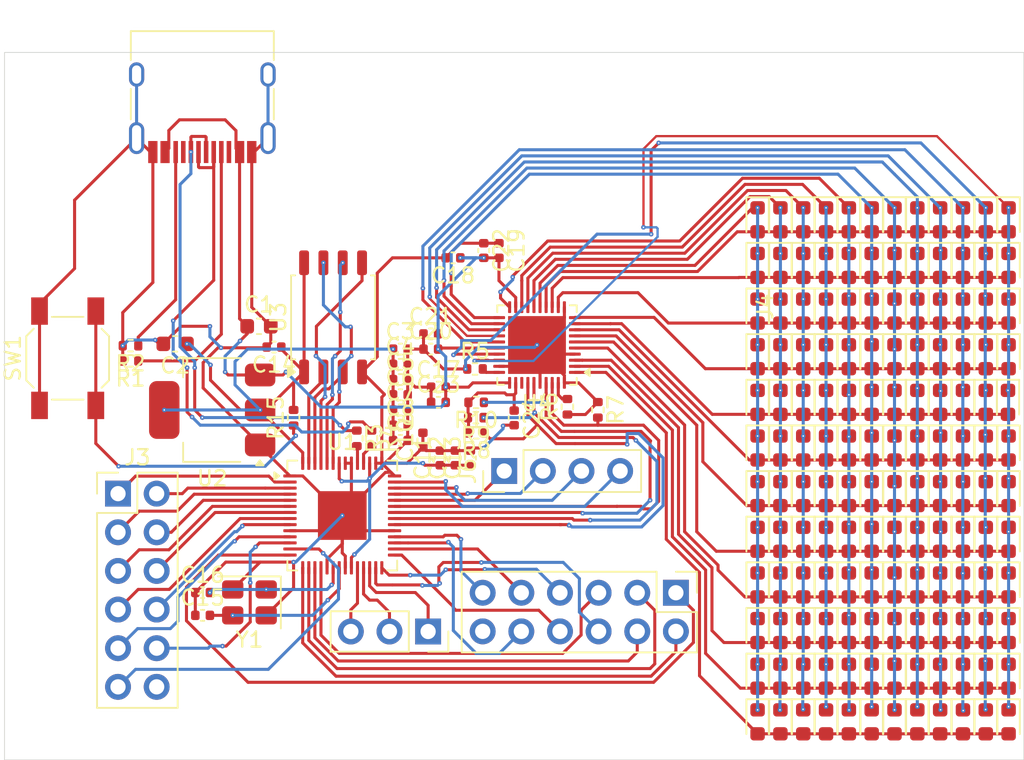
<source format=kicad_pcb>
(kicad_pcb (version 20241229) (generator "pcbnew") (generator_version "9.0")
  (layers (0 "F.Cu" signal) (2 "B.Cu" signal) (13 "F.Paste" user) (15 "B.Paste" user) (5 "F.SilkS" user "F.Silkscreen") (7 "B.SilkS" user "B.Silkscreen") (1 "F.Mask" user) (3 "B.Mask" user) (25 "Edge.Cuts" user))
  (net 0 "")
  (net 1 "GND")
  (net 2 "VBUS")
  (net 3 "QSPI_SS")
  (net 4 "+1V1")
  (net 5 "XOUT")
  (net 6 "XIN")
  (net 7 "Vio{slash}MCU")
  (net 8 "L1")
  (net 9 "C1")
  (net 10 "C2")
  (net 11 "C3")
  (net 12 "C4")
  (net 13 "C8")
  (net 14 "C7")
  (net 15 "C6")
  (net 16 "C5")
  (net 17 "C12")
  (net 18 "C11")
  (net 19 "C10")
  (net 20 "C9")
  (net 21 "L9")
  (net 22 "L2")
  (net 23 "L10")
  (net 24 "L3")
  (net 25 "L4")
  (net 26 "L5")
  (net 27 "L6")
  (net 28 "L11")
  (net 29 "L7")
  (net 30 "L8")
  (net 31 "L12")
  (net 32 "D-")
  (net 33 "D+")
  (net 34 "Net-(J1-CC1)")
  (net 35 "Net-(J1-CC2)")
  (net 36 "SWCLK")
  (net 37 "RUN")
  (net 38 "SWD")
  (net 39 "Net-(J3-Pin_3)")
  (net 40 "Net-(J3-Pin_1)")
  (net 41 "Net-(J3-Pin_2)")
  (net 42 "Net-(J3-Pin_4)")
  (net 43 "Net-(U1-USB_DP)")
  (net 44 "Net-(U1-USB_DM)")
  (net 45 "Net-(U4-RSET)")
  (net 46 "Net-(U4-IICRST)")
  (net 47 "SDB")
  (net 48 "SDA")
  (net 49 "SCL")
  (net 50 "INTB")
  (net 51 "Net-(R15-Pad1)")
  (net 52 "QSPI_SD2")
  (net 53 "QSPI_SCLK")
  (net 54 "QSPI_SD1")
  (net 55 "QSPI_SD3")
  (net 56 "QSPI_SD0")
  (net 58 "Net-(J3-Pin_6)")
  (net 59 "Net-(J3-Pin_11)")
  (net 60 "Net-(J3-Pin_5)")
  (net 61 "Net-(J3-Pin_10)")
  (net 62 "Net-(J3-Pin_7)")
  (net 63 "Net-(J3-Pin_9)")
  (net 64 "Net-(J3-Pin_8)")
  (net 65 "Net-(J4-Pin_3)")
  (net 66 "Net-(J4-Pin_1)")
  (net 67 "Net-(J4-Pin_11)")
  (net 68 "Net-(J4-Pin_5)")
  (net 69 "Net-(J4-Pin_7)")
  (net 70 "Net-(J4-Pin_8)")
  (net 71 "Net-(J4-Pin_4)")
  (net 72 "Net-(J4-Pin_6)")
  (net 73 "Net-(J4-Pin_9)")
  (net 74 "Net-(J4-Pin_10)")
  (net 75 "Net-(J4-Pin_2)")
  (net 76 "Net-(J6-Pin_1)")
  (net 77 "Net-(J6-Pin_3)")
  (net 78 "Net-(J6-Pin_2)")
  (net 79 "Net-(J6-Pin_4)")
  (footprint "Capacitor_SMD:C_0402_1005Metric" (layer "F.Cu") (at 237.124227 59.65206 90)
    (property "Reference" "C13")
    (property "Value" "1u")
  )
  (footprint "LED_SMD:LED_0603_1608Metric" (layer "F.Cu") (at 266.5 53 -90)
    (property "Reference" "D17" (hide yes))
    (property "Value" "LED" (hide yes))
  )
  (footprint "LED_SMD:LED_0603_1608Metric" (layer "F.Cu") (at 272.5 53 -90)
    (property "Reference" "D65" (hide yes))
    (property "Value" "LED" (hide yes))
  )
  (footprint "LED_SMD:LED_0603_1608Metric" (layer "F.Cu") (at 269.5 71 -90)
    (property "Reference" "D39" (hide yes))
    (property "Value" "LED" (hide yes))
  )
  (footprint "LED_SMD:LED_0603_1608Metric" (layer "F.Cu") (at 271 44 -90)
    (property "Reference" "D134" (hide yes))
    (property "Value" "LED" (hide yes))
  )
  (footprint "LED_SMD:LED_0603_1608Metric" (layer "F.Cu") (at 259 50 -90)
    (property "Reference" "D50" (hide yes))
    (property "Value" "LED" (hide yes))
  )
  (footprint "LED_SMD:LED_0603_1608Metric" (layer "F.Cu") (at 257.5 53 -90)
    (property "Reference" "D14" (hide yes))
    (property "Value" "LED" (hide yes))
  )
  (footprint "LED_SMD:LED_0603_1608Metric" (layer "F.Cu") (at 263.5 62 -90)
    (property "Reference" "D91" (hide yes))
    (property "Value" "LED" (hide yes))
  )
  (footprint "LED_SMD:LED_0603_1608Metric" (layer "F.Cu") (at 265 68 -90)
    (property "Reference" "D58" (hide yes))
    (property "Value" "LED" (hide yes))
  )
  (footprint "LED_SMD:LED_0603_1608Metric" (layer "F.Cu") (at 259 47 -90)
    (property "Reference" "D130" (hide yes))
    (property "Value" "LED" (hide yes))
  )
  (footprint "Capacitor_SMD:C_0402_1005Metric" (layer "F.Cu") (at 235.98 46.5 180)
    (property "Reference" "C18")
    (property "Value" "22uF")
  )
  (footprint "LED_SMD:LED_0603_1608Metric" (layer "F.Cu") (at 272.5 65 -90)
    (property "Reference" "D69" (hide yes))
    (property "Value" "LED" (hide yes))
  )
  (footprint "LED_SMD:LED_0603_1608Metric" (layer "F.Cu") (at 257.5 56 -90)
    (property "Reference" "D127" (hide yes))
    (property "Value" "LED" (hide yes))
  )
  (footprint "LED_SMD:LED_0603_1608Metric" (layer "F.Cu") (at 263.5 44 -90)
    (property "Reference" "D139" (hide yes))
    (property "Value" "LED" (hide yes))
  )
  (footprint "Button_Switch_SMD:SW_SPST_SKQG_WithoutStem" (layer "F.Cu") (at 210.65 53.1 90)
    (property "Reference" "SW1")
    (property "Value" "Switch")
  )
  (footprint "LED_SMD:LED_0603_1608Metric" (layer "F.Cu") (at 269.5 56 -90)
    (property "Reference" "D119" (hide yes))
    (property "Value" "LED" (hide yes))
  )
  (footprint "Resistor_SMD:R_0402_1005Metric" (layer "F.Cu") (at 230.618753 58.367038 -90)
    (property "Reference" "R4")
    (property "Value" "27.4")
  )
  (footprint "Resistor_SMD:R_0402_1005Metric" (layer "F.Cu") (at 225.5 57.01 90)
    (property "Reference" "R15")
    (property "Value" "1k")
  )
  (footprint "LED_SMD:LED_0603_1608Metric" (layer "F.Cu") (at 256 62 -90)
    (property "Reference" "D96" (hide yes))
    (property "Value" "LED" (hide yes))
  )
  (footprint "LED_SMD:LED_0603_1608Metric" (layer "F.Cu") (at 262 44 -90)
    (property "Reference" "D140" (hide yes))
    (property "Value" "LED" (hide yes))
  )
  (footprint "LED_SMD:LED_0603_1608Metric" (layer "F.Cu") (at 265 53 -90)
    (property "Reference" "D18" (hide yes))
    (property "Value" "LED" (hide yes))
  )
  (footprint "Connector_PinSocket_2.54mm:PinSocket_1x03_P2.54mm_Vertical" (layer "F.Cu") (at 234.343627 71.0618 -90)
    (property "Reference" "J2" (hide yes))
    (property "Value" "Conn_01x03_Pin" (hide yes))
  )
  (footprint "LED_SMD:LED_0603_1608Metric" (layer "F.Cu") (at 268 56 -90)
    (property "Reference" "D120" (hide yes))
    (property "Value" "LED" (hide yes))
  )
  (footprint "Capacitor_SMD:C_0402_1005Metric" (layer "F.Cu") (at 240 57.02 -90)
    (property "Reference" "C24")
    (property "Value" "0.47uF")
  )
  (footprint "Capacitor_SMD:C_0402_1005Metric" (layer "F.Cu") (at 219.52 70)
    (property "Reference" "C15")
    (property "Value" "15p")
  )
  (footprint "Resistor_SMD:R_0402_1005Metric" (layer "F.Cu") (at 214.779925 52.272261 180)
    (property "Reference" "R2")
    (property "Value" "5.1k" (hide yes))
  )
  (footprint "LED_SMD:LED_0603_1608Metric" (layer "F.Cu") (at 269.5 62 -90)
    (property "Reference" "D87" (hide yes))
    (property "Value" "LED" (hide yes))
  )
  (footprint "LED_SMD:LED_0603_1608Metric" (layer "F.Cu") (at 257.5 71 -90)
    (property "Reference" "D47" (hide yes))
    (property "Value" "LED" (hide yes))
  )
  (footprint "LED_SMD:LED_0603_1608Metric" (layer "F.Cu") (at 256 77 -90)
    (property "Reference" "D1" (hide yes))
    (property "Value" "LED" (hide yes))
  )
  (footprint "LED_SMD:LED_0603_1608Metric" (layer "F.Cu") (at 266.5 47 -90)
    (property "Reference" "D113" (hide yes))
    (property "Value" "LED" (hide yes))
  )
  (footprint "Capacitor_SMD:C_0402_1005Metric" (layer "F.Cu") (at 239 46.02 -90)
    (property "Reference" "C19")
    (property "Value" "0.1uF")
  )
  (footprint "LED_SMD:LED_0603_1608Metric" (layer "F.Cu") (at 256 71 -90)
    (property "Reference" "D48" (hide yes))
    (property "Value" "LED" (hide yes))
  )
  (footprint "LED_SMD:LED_0603_1608Metric" (layer "F.Cu") (at 263.5 71 -90)
    (property "Reference" "D43" (hide yes))
    (property "Value" "LED" (hide yes))
  )
  (footprint "LED_SMD:LED_0603_1608Metric" (layer "F.Cu") (at 266.5 74 -90)
    (property "Reference" "D25" (hide yes))
    (property "Value" "LED" (hide yes))
  )
  (footprint "LED_SMD:LED_0603_1608Metric" (layer "F.Cu") (at 263.5 53 -90)
    (property "Reference" "D19" (hide yes))
    (property "Value" "LED" (hide yes))
  )
  (footprint "LED_SMD:LED_0603_1608Metric" (layer "F.Cu") (at 256 56 -90)
    (property "Reference" "D128" (hide yes))
    (property "Value" "LED" (hide yes))
  )
  (footprint "LED_SMD:LED_0603_1608Metric" (layer "F.Cu") (at 266.5 65 -90)
    (property "Reference" "D73" (hide yes))
    (property "Value" "LED" (hide yes))
  )
  (footprint "LED_SMD:LED_0603_1608Metric" (layer "F.Cu") (at 265 71 -90)
    (property "Reference" "D42" (hide yes))
    (property "Value" "LED" (hide yes))
  )
  (footprint "Capacitor_SMD:C_0603_1608Metric" (layer "F.Cu") (at 223.225 51)
    (property "Reference" "C1")
    (property "Value" "10u")
  )
  (footprint "LED_SMD:LED_0603_1608Metric" (layer "F.Cu") (at 269.5 59 -90)
    (property "Reference" "D103" (hide yes))
    (property "Value" "LED" (hide yes))
  )
  (footprint "LED_SMD:LED_0603_1608Metric" (layer "F.Cu") (at 272.5 74 -90)
    (property "Reference" "D21" (hide yes))
    (property "Value" "LED" (hide yes))
  )
  (footprint "LED_SMD:LED_0603_1608Metric" (layer "F.Cu") (at 271 47 -90)
    (property "Reference" "D98" (hide yes))
    (property "Value" "LED" (hide yes))
  )
  (footprint "LED_SMD:LED_0603_1608Metric" (layer "F.Cu") (at 263.5 59 -90)
    (property "Reference" "D107" (hide yes))
    (property "Value" "LED" (hide yes))
  )
  (footprint "LED_SMD:LED_0603_1608Metric" (layer "F.Cu") (at 268 74 -90)
    (property "Reference" "D24" (hide yes))
    (property "Value" "LED" (hide yes))
  )
  (footprint "LED_SMD:LED_0603_1608Metric" (layer "F.Cu") (at 265 74 -90)
    (property "Reference" "D26" (hide yes))
    (property "Value" "LED" (hide yes))
  )
  (footprint "Capacitor_SMD:C_0402_1005Metric" (layer "F.Cu") (at 235.02 56)
    (property "Reference" "C23")
    (property "Value" "0.47uF")
  )
  (footprint "LED_SMD:LED_0603_1608Metric" (layer "F.Cu") (at 272.5 47 -90)
    (property "Reference" "D97" (hide yes))
    (property "Value" "LED" (hide yes))
  )
  (footprint "Resistor_SMD:R_0402_1005Metric" (layer "F.Cu") (at 243.5 56.289985 90)
    (property "Reference" "R6")
    (property "Value" "100k")
  )
  (footprint "LED_SMD:LED_0603_1608Metric" (layer "F.Cu") (at 257.5 65 -90)
    (property "Reference" "D79" (hide yes))
    (property "Value" "LED" (hide yes))
  )
  (footprint "LED_SMD:LED_0603_1608Metric" (layer "F.Cu") (at 272.5 59 -90)
    (property "Reference" "D101" (hide yes))
    (property "Value" "LED" (hide yes))
  )
  (footprint "Capacitor_SMD:C_0402_1005Metric" (layer "F.Cu") (at 234 58.48 90)
    (property "Reference" "C10")
    (property "Value" "1u")
  )
  (footprint "LED_SMD:LED_0603_1608Metric" (layer "F.Cu") (at 265 56 -90)
    (property "Reference" "D122" (hide yes))
    (property "Value" "LED" (hide yes))
  )
  (footprint "Capacitor_SMD:C_0402_1005Metric" (layer "F.Cu") (at 235.02 55)
    (property "Reference" "C17")
    (property "Value" "0.1uF")
  )
  (footprint "Capacitor_SMD:C_0402_1005Metric" (layer "F.Cu") (at 234.52 51.5)
    (property "Reference" "C21")
    (property "Value" "0.47uF")
  )
  (footprint "LED_SMD:LED_0603_1608Metric" (layer "F.Cu") (at 271 65 -90)
    (property "Reference" "D70" (hide yes))
    (property "Value" "LED" (hide yes))
  )
  (footprint "LED_SMD:LED_0603_1608Metric" (layer "F.Cu") (at 260.5 50 -90)
    (property "Reference" "D49" (hide yes))
    (property "Value" "LED" (hide yes))
  )
  (footprint "Capacitor_SMD:C_0603_1608Metric" (layer "F.Cu") (at 217.713526 52.15451 180)
    (property "Reference" "C2")
    (property "Value" "10u")
  )
  (footprint "LED_SMD:LED_0603_1608Metric" (layer "F.Cu") (at 257.5 47 -90)
    (property "Reference" "D131" (hide yes))
    (property "Value" "LED" (hide yes))
  )
  (footprint "Capacitor_SMD:C_0402_1005Metric" (layer "F.Cu") (at 235.141404 59.65206 90)
    (property "Reference" "C11")
    (property "Value" "100n")
  )
  (footprint "LED_SMD:LED_0603_1608Metric" (layer "F.Cu") (at 268 50 -90)
    (property "Reference" "D84" (hide yes))
    (property "Value" "LED" (hide yes))
  )
  (footprint "LED_SMD:LED_0603_1608Metric" (layer "F.Cu") (at 263.5 65 -90)
    (property "Reference" "D75" (hide yes))
    (property "Value" "LED" (hide yes))
  )
  (footprint "LED_SMD:LED_0603_1608Metric" (layer "F.Cu") (at 260.5 68 -90)
    (property "Reference" "D61" (hide yes))
    (property "Value" "LED" (hide yes))
  )
  (footprint "LED_SMD:LED_0603_1608Metric" (layer "F.Cu") (at 266.5 59 -90)
    (property "Reference" "D105" (hide yes))
    (property "Value" "LED" (hide yes))
  )
  (footprint "Capacitor_SMD:C_0402_1005Metric" (layer "F.Cu") (at 236.132815 59.65206 90)
    (property "Reference" "C12")
    (property "Value" "100n")
  )
  (footprint "LED_SMD:LED_0603_1608Metric" (layer "F.Cu") (at 259 77 -90)
    (property "Reference" "D3" (hide yes))
    (property "Value" "LED" (hide yes))
  )
  (footprint "LED_SMD:LED_0603_1608Metric" (layer "F.Cu") (at 257.5 62 -90)
    (property "Reference" "D95" (hide yes))
    (property "Value" "LED" (hide yes))
  )
  (footprint "Capacitor_SMD:C_0402_1005Metric" (layer "F.Cu") (at 219.52 68.5)
    (property "Reference" "C16")
    (property "Value" "15p")
  )
  (footprint "LED_SMD:LED_0603_1608Metric" (layer "F.Cu") (at 259 59 -90)
    (property "Reference" "D110" (hide yes))
    (property "Value" "LED" (hide yes))
  )
  (footprint "LED_SMD:LED_0603_1608Metric" (layer "F.Cu") (at 262 65 -90)
    (property "Reference" "D76" (hide yes))
    (property "Value" "LED" (hide yes))
  )
  (footprint "Connector_PinHeader_2.54mm:PinHeader_1x04_P2.54mm_Vertical" (layer "F.Cu") (at 239.344746 60.512892 90)
    (property "Reference" "J6")
    (property "Value" "Conn_01x04_Socket")
  )
  (footprint "LED_SMD:LED_0603_1608Metric" (layer "F.Cu") (at 256 68 -90)
    (property "Reference" "D64" (hide yes))
    (property "Value" "LED" (hide yes))
  )
  (footprint "Capacitor_SMD:C_0402_1005Metric" (layer "F.Cu") (at 232.52 54.5)
    (property "Reference" "C5")
    (property "Value" "100nF")
  )
  (footprint "LED_SMD:LED_0603_1608Metric" (layer "F.Cu") (at 256 47 -90)
    (property "Reference" "D132" (hide yes))
    (property "Value" "LED" (hide yes))
  )
  (footprint "LED_SMD:LED_0603_1608Metric" (layer "F.Cu") (at 259 74 -90)
    (property "Reference" "D30" (hide yes))
    (property "Value" "LED" (hide yes))
  )
  (footprint "LED_SMD:LED_0603_1608Metric" (layer "F.Cu") (at 272.5 68 -90)
    (property "Reference" "D53" (hide yes))
    (property "Value" "LED" (hide yes))
  )
  (footprint "Capacitor_SMD:C_0402_1005Metric" (layer "F.Cu") (at 232.52 58.5)
    (property "Reference" "C9")
    (property "Value" "100nF")
  )
  (footprint "Capacitor_SMD:C_0402_1005Metric" (layer "F.Cu") (at 224.212032 52.364848 180)
    (property "Reference" "C14")
    (property "Value" "100n" (hide yes))
  )
  (footprint "LED_SMD:LED_0603_1608Metric" (layer "F.Cu") (at 260.5 74 -90)
    (property "Reference" "D29" (hide yes))
    (property "Value" "LED" (hide yes))
  )
  (footprint "LED_SMD:LED_0603_1608Metric" (layer "F.Cu") (at 272.5 44 -90)
    (property "Reference" "D133" (hide yes))
    (property "Value" "LED" (hide yes))
  )
  (footprint "LED_SMD:LED_0603_1608Metric" (layer "F.Cu") (at 266.5 44 -90)
    (property "Reference" "D137" (hide yes))
    (property "Value" "LED" (hide yes))
  )
  (footprint "LED_SMD:LED_0603_1608Metric" (layer "F.Cu") (at 259 44 -90)
    (property "Reference" "D142" (hide yes))
    (property "Value" "LED" (hide yes))
  )
  (footprint "LED_SMD:LED_0603_1608Metric" (layer "F.Cu") (at 260.5 53 -90)
    (property "Reference" "D15" (hide yes))
    (property "Value" "LED" (hide yes))
  )
  (footprint "Capacitor_SMD:C_0402_1005Metric" (layer "F.Cu") (at 234.52 52.5)
    (property "Reference" "C20")
    (property "Value" "0.1uF")
  )
  (footprint "LED_SMD:LED_0603_1608Metric" (layer "F.Cu") (at 263.5 68 -90)
    (property "Reference" "D59" (hide yes))
    (property "Value" "LED" (hide yes))
  )
  (footprint "LED_SMD:LED_0603_1608Metric" (layer "F.Cu") (at 262 68 -90)
    (property "Reference" "D60" (hide yes))
    (property "Value" "LED" (hide yes))
  )
  (footprint "LED_SMD:LED_0603_1608Metric" (layer "F.Cu") (at 272.5 71 -90)
    (property "Reference" "D37" (hide yes))
    (property "Value" "LED" (hide yes))
  )
  (footprint "LED_SMD:LED_0603_1608Metric" (layer "F.Cu") (at 271 53 -90)
    (property "Reference" "D66" (hide yes))
    (property "Value" "LED" (hide yes))
  )
  (footprint "LED_SMD:LED_0603_1608Metric" (layer "F.Cu") (at 263.5 74 -90)
    (property "Reference" "D27" (hide yes))
    (property "Value" "LED" (hide yes))
  )
  (footprint "LED_SMD:LED_0603_1608Metric" (layer "F.Cu") (at 262 50 -90)
    (property "Reference" "D36" (hide yes))
    (property "Value" "LED" (hide yes))
  )
  (footprint "LED_SMD:LED_0603_1608Metric" (layer "F.Cu") (at 271 74 -90)
    (property "Reference" "D22" (hide yes))
    (property "Value" "LED" (hide yes))
  )
  (footprint "Resistor_SMD:R_0402_1005Metric" (layer "F.Cu") (at 237.5 56 180)
    (property "Reference" "R10")
    (property "Value" "100k")
  )
  (footprint "LED_SMD:LED_0603_1608Metric" (layer "F.Cu") (at 269.5 53 -90)
    (property "Reference" "D67" (hide yes))
    (property "Value" "LED" (hide yes))
  )
  (footprint "LED_SMD:LED_0603_1608Metric" (layer "F.Cu") (at 263.5 56 -90)
    (property "Reference" "D123" (hide yes))
    (property "Value" "LED" (hide yes))
  )
  (footprint "Connector_PinHeader_2.54mm:PinHeader_2x06_P2.54mm_Vertical" (layer "F.Cu") (at 213.96 62)
    (property "Reference" "J3")
    (property "Value" "Conn_01x11_Pin")
  )
  (footprint "LED_SMD:LED_0603_1608Metric" (layer "F.Cu") (at 266.5 50 -90)
    (property "Reference" "D33" (hide yes))
    (property "Value" "LED" (hide yes))
  )
  (footprint "LED_SMD:LED_0603_1608Metric" (layer "F.Cu") (at 268 71 -90)
    (property "Reference" "D40" (hide yes))
    (property "Value" "LED" (hide yes))
  )
  (footprint "LED_SMD:LED_0603_1608Metric" (layer "F.Cu") (at 259 71 -90)
    (property "Reference" "D46" (hide yes))
    (property "Value" "LED" (hide yes))
  )
  (footprint "LED_SMD:LED_0603_1608Metric" (layer "F.Cu") (at 256 44 -90)
    (property "Reference" "D144" (hide yes))
    (property "Value" "LED" (hide yes))
  )
  (footprint "LED_SMD:LED_0603_1608Metric" (layer "F.Cu") (at 272.5 77 -90)
    (property "Reference" "D9" (hide yes))
    (property "Value" "LED" (hide yes))
  )
  (footprint "Package_DFN_QFN:QFN-56-1EP_7x7mm_P0.4mm_EP3.2x3.2mm" (layer "F.Cu") (at 228.7 63.4375)
    (property "Reference" "U1")
    (property "Value" "RP2040" (hide yes))
  )
  (footprint "Resistor_SMD:R_0402_1005Metric" (layer "F.Cu") (at 237.425555 53.803835)
    (property "Reference" "R5")
    (property "Value" "20k")
  )
  (footprint "Crystal:Crystal_SMD_3225-4Pin_3.2x2.5mm" (layer "F.Cu") (at 222.6 69.15 180)
    (property "Reference" "Y1")
    (property "Value" "Crystal_GND24")
  )
  (footprint "Package_DFN_QFN:QFN-40-1EP_5x5mm_P0.4mm_EP3.8x3.8mm" (layer "F.Cu") (at 241.5 52.23 180)
    (property "Reference" "U4")
    (property "Value" "IS31FL3737")
  )
  (footprint "LED_SMD:LED_0603_1608Metric" (layer "F.Cu") (at 265 65 -90)
    (property "Reference" "D74" (hide yes))
    (property "Value" "LED" (hide yes))
  )
  (footprint "LED_SMD:LED_0603_1608Metric" (layer "F.Cu") (at 269.5 65 -90)
    (property "Reference" "D71" (hide yes))
    (property "Value" "LED" (hide yes))
  )
  (footprint "LED_SMD:LED_0603_1608Metric" (layer "F.Cu") (at 269.5 74 -90)
    (property "Reference" "D23" (hide yes))
    (property "Value" "LED" (hide yes))
  )
  (footprint "LED_SMD:LED_0603_1608Metric" (layer "F.Cu") (at 265 44 -90)
    (property "Reference" "D138" (hide yes))
    (property "Value" "LED" (hide yes))
  )
  (footprint "LED_SMD:LED_0603_1608Metric" (layer "F.Cu") (at 269.5 68 -90)
    (property "Reference" "D55" (hide yes))
    (property "Value" "LED" (hide yes))
  )
  (footprint "LED_SMD:LED_0603_1608Metric" (layer "F.Cu") (at 266.5 71 -90)
    (property "Reference" "D41" (hide yes))
    (property "Value" "LED" (hide yes))
  )
  (footprint "LED_SMD:LED_0603_1608Metric" (layer "F.Cu") (at 262 47 -90)
    (property "Reference" "D116" (hide yes))
    (property "Value" "LED" (hide yes))
  )
  (footprint "LED_SMD:LED_0603_1608Metric" (layer "F.Cu") (at 269.5 44 -90)
    (property "Reference" "D135" (hide yes))
    (property "Value" "LED" (hide yes))
  )
  (footprint "LED_SMD:LED_0603_1608Metric" (layer "F.Cu") (at 271 50 -90)
    (property "Reference" "D82" (hide yes))
    (property "Value" "LED" (hide yes))
  )
  (footprint "LED_SMD:LED_0603_1608Metric" (layer "F.Cu") (at 269.5 50 -90)
    (property "Reference" "D83" (hide yes))
    (property "Value" "LED" (hide yes))
  )
  (footprint "LED_SMD:LED_0603_1608Metric" (layer "F.Cu") (at 265 47 -90)
    (property "Reference" "D114" (hide yes))
    (property "Value" "LED" (hide yes))
  )
  (footprint "LED_SMD:LED_0603_1608Metric" (layer "F.Cu") (at 268 47 -90)
    (property "Reference" "D100" (hide yes))
    (property "Value" "LED" (hide yes))
  )
  (footprint "LED_SMD:LED_0603_1608Metric" (layer "F.Cu") (at 265 77 -90)
    (property "Reference" "D6" (hide yes))
    (property "Value" "LED" (hide yes))
  )
  (footprint "LED_SMD:LED_0603_1608Metric" (layer "F.Cu") (at 257.5 68 -90)
    (property "Reference" "D63" (hide yes))
    (property "Value" "LED" (hide yes))
  )
  (footprint "Capacitor_SMD:C_0402_1005Metric" (layer "F.Cu") (at 232.52 52.5)
    (property "Reference" "C3")
    (property "Value" "100nF")
  )
  (footprint "LED_SMD:LED_0603_1608Metric" (layer "F.Cu") (at 265 62 -90)
    (property "Reference" "D90" (hide yes))
    (property "Value" "LED" (hide yes))
  )
  (footprint "Package_TO_SOT_SMD:SOT-223-3_TabPin2" (layer "F.Cu") (at 220.15 56.5 180)
    (property "Reference" "U2")
    (property "Value" "NCP1117-3.3_SOT223" (hide yes))
  )
  (footprint "LED_SMD:LED_0603_1608Metric" (layer "F.Cu") (at 266.5 62 -90)
    (property "Reference" "D89" (hide yes))
    (property "Value" "LED" (hide yes))
  )
  (footprint "LED_SMD:LED_0603_1608Metric" (layer "F.Cu") (at 268 59 -90)
    (property "Reference" "D104" (hide yes))
    (property "Value" "LED" (hide yes))
  )
  (footprint "LED_SMD:LED_0603_1608Metric" (layer "F.Cu") (at 269.5 77 -90)
    (property "Reference" "D11" (hide yes))
    (property "Value" "LED" (hide yes))
  )
  (footprint "LED_SMD:LED_0603_1608Metric" (layer "F.Cu") (at 272.5 50 -90)
    (property "Reference" "D81" (hide yes))
    (property "Value" "LED" (hide yes))
  )
  (footprint "LED_SMD:LED_0603_1608Metric" (layer "F.Cu") (at 271 71 -90)
    (property "Reference" "D38" (hide yes))
    (property "Value" "LED" (hide yes))
  )
  (footprint "LED_SMD:LED_0603_1608Metric" (layer "F.Cu") (at 271 56 -90)
    (property "Reference" "D118" (hide yes))
    (property "Value" "LED" (hide yes))
  )
  (footprint "Capacitor_SMD:C_0402_1005Metric" (layer "F.Cu") (at 232.52 56.5)
    (property "Reference" "C7")
    (property "Value" "100nF")
  )
  (footprint "LED_SMD:LED_0603_1608Metric" (layer "F.Cu") (at 259 53 -90)
    (property "Reference" "D16" (hide yes))
    (property "Value" "LED" (hide yes))
  )
  (footprint "LED_SMD:LED_0603_1608Metric" (layer "F.Cu") (at 260.5 56 -90)
    (property "Reference" "D125" (hide yes))
    (property "Value" "LED" (hide yes))
  )
  (footprint "Package_SO:SOIC-8_5.3x5.3mm_P1.27mm" (layer "F.Cu") (at 228.095 50.4125 90)
    (property "Reference" "U3")
    (property "Value" "W25Q128JVS")
  )
  (footprint "LED_SMD:LED_0603_1608Metric" (layer "F.Cu") (at 268 62 -90)
    (property "Reference" "D88" (hide yes))
    (property "Value" "LED" (hide yes))
  )
  (footprint "Capacitor_SMD:C_0402_1005Metric" (layer "F.Cu") (at 232.52 57.5)
    (property "Reference" "C8")
    (property "Value" "100nF")
  )
  (footprint "LED_SMD:LED_0603_1608Metric" (layer "F.Cu") (at 271 77 -90)
    (property "Reference" "D10" (hide yes))
    (property "Value" "LED" (hide yes))
  )
  (footprint "LED_SMD:LED_0603_1608Metric" (layer "F.Cu") (at 262 53 -90)
    (property "Reference" "D20" (hide yes))
    (property "Value" "LED" (hide yes))
  )
  (footprint "LED_SMD:LED_0603_1608Metric" (layer "F.Cu") (at 259 62 -90)
    (property "Reference" "D94" (hide yes))
    (property "Value" "LED" (hide yes))
  )
  (footprint "Connector_PinHeader_2.54mm:PinHeader_2x06_P2.54mm_Vertical" (layer "F.Cu") (at 250.630202 68.51434 -90)
    (property "Reference" "J4")
    (property "Value" "Conn_01x11_Pin")
  )
  (footprint "Resistor_SMD:R_0402_1005Metric" (layer "F.Cu") (at 237.478827 57.004287 180)
    (property "Reference" "R9")
    (property "Value" "4.7k")
  )
  (footprint "LED_SMD:LED_0603_1608Metric" (layer "F.Cu") (at 272.5 62 -90)
    (property "Reference" "D85" (hide yes))
    (property "Value" "LED" (hide yes))
  )
  (footprint "LED_SMD:LED_0603_1608Metric" (layer "F.Cu") (at 271 59 -90)
    (property "Reference" "D102" (hide yes))
    (property "Value" "LED" (hide yes))
  )
  (footprint "LED_SMD:LED_0603_1608Metric" (layer "F.Cu") (at 260.5 71 -90)
    (property "Reference" "D45" (hide yes))
    (property "Value" "LED" (hide yes))
  )
  (footprint "LED_SMD:LED_0603_1608Metric" (layer "F.Cu") (at 268 77 -90)
    (property "Reference" "D12" (hide yes))
    (property "Value" "LED" (hide yes))
  )
  (footprint "Resistor_SMD:R_0402_1005Metric" (layer "F.Cu") (at 237.51 58 180)
    (property "Reference" "R8")
    (property "Value" "4.7k")
  )
  (footprint "LED_SMD:LED_0603_1608Metric" (layer "F.Cu") (at 260.5 44 -90)
    (property "Reference" "D141" (hide yes))
    (property "Value" "LED" (hide yes))
  )
  (footprint "LED_SMD:LED_0603_1608Metric" (layer "F.Cu") (at 256 59 -90)
    (property "Reference" "D112" (hide yes))
    (property "Value" "LED" (hide yes))
  )
  (footprint "LED_SMD:LED_0603_1608Metric" (layer "F.Cu") (at 257.5 74 -90)
    (property "Reference" "D31" (hide yes))
    (property "Value" "LED" (hide yes))
  )
  (footprint "LED_SMD:LED_0603_1608Metric" (layer "F.Cu") (at 265 59 -90)
    (property "Reference" "D106" (hide yes))
    (property "Value" "LED" (hide yes))
  )
  (footprint "Capacitor_SMD:C_0402_1005Metric" (layer "F.Cu") (at 232.52 53.5)
    (property "Reference" "C4")
    (property "Value" "100nF")
  )
  (footprint "LED_SMD:LED_0603_1608Metric" (layer "F.Cu") (at 257.5 50 -90)
    (property "Reference" "D51" (hide yes))
    (property "Value" "LED" (hide yes))
  )
  (footprint "LED_SMD:LED_0603_1608Metric" (layer "F.Cu") (at 256 74 -90)
    (property "Reference" "D32" (hide yes))
    (property "Value" "LED" (hide yes))
  )
  (footprint "LED_SMD:LED_0603_1608Metric" (layer "F.Cu") (at 260.5 59 -90)
    (property "Reference" "D109" (hide yes))
    (property "Value" "LED" (hide yes))
  )
  (footprint "LED_SMD:LED_0603_1608Metric" (layer "F.Cu") (at 268 44 -90)
    (property "Reference" "D136" (hide yes))
    (property "Value" "LED" (hide yes))
  )
  (footprint "LED_SMD:LED_0603_1608Metric" (layer "F.Cu") (at 266.5 77 -90)
    (property "Reference" "D5" (hide yes))
    (property "Value" "LED" (hide yes))
  )
  (footprint "LED_SMD:LED_0603_1608Metric" (layer "F.Cu") (at 263.5 50 -90)
    (property "Reference" "D35" (hide yes))
    (property "Value" "LED" (hide yes))
  )
  (footprint "LED_SMD:LED_0603_1608Metric" (layer "F.Cu") (at 257.5 59 -90)
    (property "Reference" "D111" (hide yes))
    (property "Value" "LED" (hide yes))
  )
  (footprint "LED_SMD:LED_0603_1608Metric" (layer "F.Cu") (at 268 53 -90)
    (property "Reference" "D68" (hide yes))
    (property "Value" "LED" (hide yes))
  )
  (footprint "LED_SMD:LED_0603_1608Metric" (layer "F.Cu") (at 257.5 77 -90)
    (property "Reference" "D2" (hide yes))
    (property "Value" "LED" (hide yes))
  )
  (footprint "LED_SMD:LED_0603_1608Metric" (layer "F.Cu") (at 260.5 77 -90)
    (property "Reference" "D4" (hide yes))
    (property "Value" "LED" (hide yes))
  )
  (footprint "Resistor_SMD:R_0402_1005Metric" (layer "F.Cu") (at 214.779925 53.272261 180)
    (property "Reference" "R1")
    (property "Value" "5.1k")
  )
  (footprint "LED_SMD:LED_0603_1608Metric" (layer "F.Cu") (at 259 65 -90)
    (property "Reference" "D78" (hide yes))
    (property "Value" "LED" (hide yes))
  )
  (footprint "LED_SMD:LED_0603_1608Metric" (layer "F.Cu") (at 259 56 -90)
    (property "Reference" "D126" (hide yes))
    (property "Value" "LED" (hide yes))
  )
  (footprint "LED_SMD:LED_0603_1608Metric" (layer "F.Cu") (at 256 65 -90)
    (property "Reference" "D80" (hide yes))
    (property "Value" "LED" (hide yes))
  )
  (footprint "LED_SMD:LED_0603_1608Metric" (layer "F.Cu") (at 262 56 -90)
    (property "Reference" "D124" (hide yes))
    (property "Value" "LED" (hide yes))
  )
  (footprint "Capacitor_SMD:C_0402_1005Metric" (layer "F.Cu") (at 238 46.02 -90)
    (property "Reference" "C22")
    (property "Value" "0.47uF")
  )
  (footprint "LED_SMD:LED_0603_1608Metric" (layer "F.Cu") (at 262 77 -90)
    (property "Reference" "D8" (hide yes))
    (property "Value" "LED" (hide yes))
  )
  (footprint "LED_SMD:LED_0603_1608Metric" (layer "F.Cu") (at 266.5 56 -90)
    (property "Reference" "D121" (hide yes))
    (property "Value" "LED" (hide yes))
  )
  (footprint "Capacitor_SMD:C_0402_1005Metric" (layer "F.Cu") (at 232.52 55.5)
    (property "Reference" "C6")
    (property "Value" "100nF")
  )
  (footprint "LED_SMD:LED_0603_1608Metric" (layer "F.Cu") (at 268 68 -90)
    (property "Reference" "D56" (hide yes))
    (property "Value" "LED" (hide yes))
  )
  (footprint "Connector_USB:USB_C_Receptacle_HRO_TYPE-C-31-M-12" (layer "F.Cu") (at 219.5 35.5 180)
    (property "Reference" "J1" (hide yes))
    (property "Value" "USB_C_Receptacle_USB2.0_14P")
  )
  (footprint "LED_SMD:LED_0603_1608Metric" (layer "F.Cu") (at 256 50 -90)
    (property "Reference" "D52" (hide yes))
    (property "Value" "LED" (hide yes))
  )
  (footprint "LED_SMD:LED_0603_1608Metric" (layer "F.Cu") (at 265 50 -90)
    (property "Reference" "D34" (hide yes))
    (property "Value" "LED" (hide yes))
  )
  (footprint "LED_SMD:LED_0603_1608Metric" (layer "F.Cu") (at 271 62 -90)
    (property "Reference" "D86" (hide yes))
    (property "Value" "LED" (hide yes))
  )
  (footprint "LED_SMD:LED_0603_1608Metric" (layer "F.Cu") (at 263.5 47 -90)
    (property "Reference" "D115" (hide yes))
    (property "Value" "LED" (hide yes))
  )
  (footprint "LED_SMD:LED_0603_1608Metric" (layer "F.Cu") (at 257.5 44 -90)
    (property "Reference" "D143" (hide yes))
    (property "Value" "LED" (hide yes))
  )
  (footprint "LED_SMD:LED_0603_1608Metric" (layer "F.Cu") (at 268 65 -90)
    (property "Reference" "D72" (hide yes))
    (property "Value" "LED" (hide yes))
  )
  (footprint "LED_SMD:LED_0603_1608Metric" (layer "F.Cu") (at 260.5 65 -90)
    (property "Reference" "D77" (hide yes))
    (property "Value" "LED" (hide yes))
  )
  (footprint "LED_SMD:LED_0603_1608Metric" (layer "F.Cu") (at 262 74 -90)
    (property "Reference" "D28" (hide yes))
    (property "Value" "LED" (hide yes))
  )
  (footprint "LED_SMD:LED_0603_1608Metric" (layer "F.Cu") (at 269.5 47 -90)
    (property "Reference" "D99" (hide yes))
    (property "Value" "LED" (hide yes))
  )
  (footprint "LED_SMD:LED_0603_1608Metric" (layer "F.Cu") (at 271 68 -90)
    (property "Reference" "D54" (hide yes))
    (property "Value" "LED" (hide yes))
  )
  (footprint "LED_SMD:LED_0603_1608Metric" (layer "F.Cu") (at 266.5 68 -90)
    (property "Reference" "D57" (hide yes))
    (property "Value" "LED" (hide yes))
  )
  (footprint "LED_SMD:LED_0603_1608Metric" (layer "F.Cu") (at 260.5 47 -90)
    (property "Reference" "D129" (hide yes))
    (property "Value" "LED" (hide yes))
  )
  (footprint "Resistor_SMD:R_0402_1005Metric" (layer "F.Cu") (at 229.655466 58.366575 -90)
    (property "Reference" "R3")
    (property "Value" "27.4")
  )
  (footprint "LED_SMD:LED_0603_1608Metric" (layer "F.Cu") (at 256 53 -90)
    (property "Reference" "D13" (hide yes))
    (property "Value" "LED" (hide yes))
  )
  (footprint "LED_SMD:LED_0603_1608Metric" (layer "F.Cu") (at 262 62 -90)
    (property "Reference" "D92" (hide yes))
    (property "Value" "LED" (hide yes))
  )
  (footprint "LED_SMD:LED_0603_1608Metric" (layer "F.Cu") (at 262 59 -90)
    (property "Reference" "D108" (hide yes))
    (property "Value" "LED" (hide yes))
  )
  (footprint "LED_SMD:LED_0603_1608Metric" (layer "F.Cu") (at 260.5 62 -90)
    (property "Reference" "D93" (hide yes))
    (property "Value" "LED" (hide yes))
  )
  (footprint "LED_SMD:LED_0603_1608Metric" (layer "F.Cu") (at 263.5 77 -90)
    (property "Reference" "D7" (hide yes))
    (property "Value" "LED" (hide yes))
  )
  (footprint "LED_SMD:LED_0603_1608Metric" (layer "F.Cu") (at 259 68 -90)
    (property "Reference" "D62" (hide yes))
    (property "Value" "LED" (hide yes))
  )
  (footprint "LED_SMD:LED_0603_1608Metric" (layer "F.Cu") (at 272.46 56 -90)
    (property "Reference" "D117" (hide yes))
    (property "Value" "LED" (hide yes))
  )
  (footprint "Resistor_SMD:R_0402_1005Metric" (layer "F.Cu") (at 245.5 56.49 -90)
    (property "Reference" "R7")
    (property "Value" "100k")
  )
  (footprint "LED_SMD:LED_0603_1608Metric" (layer "F.Cu") (at 262 71 -90)
    (property "Reference" "D44" (hide yes))
    (property "Value" "LED" (hide yes))
  )
  (gr_rect (start 206.5 33) (end 273.5 79.5) (stroke (width 0.05)) (fill no) (layer "Edge.Cuts"))
  (segment (start 219.555447 53.385263) (end 219.555447 55.055447) (width 0.2) (layer "F.Cu") (net 1))
  (segment (start 235.5 46.5) (end 232 46.5) (width 0.2) (layer "F.Cu") (net 1))
  (segment (start 214.269925 50.097802) (end 214.269925 52.272261) (width 0.2) (layer "F.Cu") (net 1))
  (segment (start 229.7 64.4375) (end 228.7 63.4375) (width 0.2) (layer "F.Cu") (net 1))
  (segment (start 223.3 66.5) (end 225.5 66.5) (width 0.2) (layer "F.Cu") (net 1))
  (segment (start 228.7 65.9) (end 228.7 63.4375) (width 0.2) (layer "F.Cu") (net 1))
  (segment (start 234.04 51.5) (end 234.04 52.5) (width 0.2) (layer "F.Cu") (net 1))
  (segment (start 234.21206 59.17206) (end 234 58.96) (width 0.2) (layer "F.Cu") (net 1))
  (segment (start 223.7 70) (end 225.5 68.2) (width 0.2) (layer "F.Cu") (net 1))
  (segment (start 226.1 60.8375) (end 228.7 63.4375) (width 0.2) (layer "F.Cu") (net 1))
  (segment (start 230.9 60) (end 231.3 60) (width 0.2) (layer "F.Cu") (net 1))
  (segment (start 216.095 39.545) (end 215.18 38.63) (width 0.2) (layer "F.Cu") (net 1))
  (segment (start 234 58.96) (end 234 58) (width 0.2) (layer "F.Cu") (net 1))
  (segment (start 243.3 50.43) (end 241.5 52.23) (width 0.2) (layer "F.Cu") (net 1))
  (segment (start 227.7 64.4375) (end 228.7 63.4375) (width 0.2) (layer "F.Cu") (net 1))
  (segment (start 230 54) (end 231.459 55.459) (width 0.2) (layer "F.Cu") (net 1))
  (segment (start 241.5 52.432226) (end 243.301 54.233226) (width 0.2) (layer "F.Cu") (net 1))
  (segment (start 220.725798 52.412309) (end 220.528401 52.412309) (width 0.2) (layer "F.Cu") (net 1))
  (segment (start 231.5375 60.6) (end 228.7 63.4375) (width 0.2) (layer "F.Cu") (net 1))
  (segment (start 220.528401 52.412309) (end 219.555447 53.385263) (width 0.2) (layer "F.Cu") (net 1))
  (segment (start 243.3 54.7175) (end 244.2375 54.7175) (width 0.2) (layer "F.Cu") (net 1))
  (segment (start 227.7 66.875) (end 227.7 66.3) (width 0.2) (layer "F.Cu") (net 1))
  (segment (start 233 57.5) (end 233 56.5) (width 0.2) (layer "F.Cu") (net 1))
  (segment (start 233.5 55) (end 233 54.5) (width 0.2) (layer "F.Cu") (net 1))
  (segment (start 222.905 39.545) (end 223.82 38.63) (width 0.2) (layer "F.Cu") (net 1))
  (segment (start 243.3 49.7425) (end 243.3 50.43) (width 0.2) (layer "F.Cu") (net 1))
  (segment (start 224 51) (end 224 52.09688) (width 0.2) (layer "F.Cu") (net 1))
  (segment (start 240.1 53.63) (end 241.5 52.23) (width 0.2) (layer "F.Cu") (net 1))
  (segment (start 219.555447 55.055447) (end 223.3 58.8) (width 0.2) (layer "F.Cu") (net 1))
  (segment (start 231.5 60) (end 233 58.5) (width 0.2) (layer "F.Cu") (net 1))
  (segment (start 228.9 60) (end 229.3 60) (width 0.2) (layer "F.Cu") (net 1))
  (segment (start 222.75 39.545) (end 222.75 49.75) (width 0.2) (layer "F.Cu") (net 1))
  (segment (start 231 47.5) (end 231 53) (width 0.2) (layer "F.Cu") (net 1))
  (segment (start 238 45.54) (end 236.46 45.54) (width 0.2) (layer "F.Cu") (net 1))
  (segment (start 229.3 60) (end 229.3 62.8375) (width 0.2) (layer "F.Cu") (net 1))
  (segment (start 219.04 68.5) (end 219.04 70) (width 0.2) (layer "F.Cu") (net 1))
  (segment (start 232 46.5) (end 231 47.5) (width 0.2) (layer "F.Cu") (net 1))
  (segment (start 208.8 50) (end 208.8 49.507164) (width 0.2) (layer "F.Cu") (net 1))
  (segment (start 244.2375 54.7175) (end 245.5 55.98) (width 0.2) (layer "F.Cu") (net 1))
  (segment (start 241.7 52.43) (end 241.5 52.23) (width 0.2) (layer "F.Cu") (net 1))
  (segment (start 221.5 68.3) (end 223.3 66.5) (width 0.2) (layer "F.Cu") (net 1))
  (segment (start 216.25 48.117727) (end 214.269925 50.097802) (width 0.2) (layer "F.Cu") (net 1))
  (segment (start 214.269925 53.272261) (end 214.269925 52.272261) (width 0.2) (layer "F.Cu") (net 1))
  (segment (start 228.9 66.875) (end 228.9 66.1) (width 0.2) (layer "F.Cu") (net 1))
  (segment (start 219.04 68.5) (end 221.04 66.5) (width 0.2) (layer "F.Cu") (net 1))
  (segment (start 235.141404 59.17206) (end 234.21206 59.17206) (width 0.2) (layer "F.Cu") (net 1))
  (segment (start 239.318386 57.5) (end 239.268386 57.55) (width 0.2) (layer "F.Cu") (net 1))
  (segment (start 238 59) (end 237.296287 59) (width 0.2) (layer "F.Cu") (net 1))
  (segment (start 225.2625 60.8375) (end 226.1 60.8375) (width 0.2) (layer "F.Cu") (net 1))
  (segment (start 239 45.54) (end 238 45.54) (width 0.2) (layer "F.Cu") (net 1))
  (segment (start 243.301 54.233226) (end 243.301 54.7175) (width 0.2) (layer "F.Cu") (net 1))
  (segment (start 240 57.5) (end 239.318386 57.5) (width 0.2) (layer "F.Cu") (net 1))
  (segment (start 237.296287 59) (end 237.124227 59.17206) (width 0.2) (layer "F.Cu") (net 1))
  (segment (start 225.5 68.2) (end 225.5 66.5) (width 0.2) (layer "F.Cu") (net 1))
  (segment (start 216.938526 52.15451) (end 218.093036 51) (width 0.2) (layer "F.Cu") (net 1))
  (segment (start 231.3 55.659) (end 231.3 60) (width 0.2) (layer "F.Cu") (net 1))
  (segment (start 216.25 39.545) (end 216.095 39.545) (width 0.2) (layer "F.Cu") (net 1))
  (segment (start 218.093036 51) (end 220 51) (width 0.2) (layer "F.Cu") (net 1))
  (segment (start 232.96 60) (end 234 58.96) (width 0.2) (layer "F.Cu") (net 1))
  (segment (start 228.9 66.1) (end 228.7 65.9) (width 0.2) (layer "F.Cu") (net 1))
  (segment (start 239.0125 53.63) (end 240.1 53.63) (width 0.2) (layer "F.Cu") (net 1))
  (segment (start 223.684571 52.412309) (end 220.725798 52.412309) (width 0.2) (layer "F.Cu") (net 1))
  (segment (start 231.459 55.5) (end 231.3 55.659) (width 0.2) (layer "F.Cu") (net 1))
  (segment (start 241.5 52.23) (end 241.5 52.432226) (width 0.2) (layer "F.Cu") (net 1))
  (segment (start 244.680015 56.799985) (end 245.5 55.98) (width 0.2) (layer "F.Cu") (net 1))
  (segment (start 228.7 65.3) (end 228.7 63.4375) (width 0.2) (layer "F.Cu") (net 1))
  (segment (start 216.25 39.545) (end 216.25 48.117727) (width 0.2) (layer "F.Cu") (net 1))
  (segment (start 243.9875 52.83) (end 242.1 52.83) (width 0.2) (layer "F.Cu") (net 1))
  (segment (start 221.04 66.5) (end 223.3 66.5) (width 0.2) (layer "F.Cu") (net 1))
  (segment (start 211.104437 42.705563) (end 215.18 38.63) (width 0.2) (layer "F.Cu") (net 1))
  (segment (start 223.3 58.875) (end 225.2625 60.8375) (width 0.2) (layer "F.Cu") (net 1))
  (segment (start 231.5 60) (end 232.96 60) (width 0.2) (layer "F.Cu") (net 1))
  (segment (start 234.54 55) (end 233.5 55) (width 0.2) (layer "F.Cu") (net 1))
  (segment (start 236.915555 53.803835) (end 235.343835 53.803835) (width 0.2) (layer "F.Cu") (net 1))
  (segment (start 232.1375 60.8375) (end 231.9 60.6) (width 0.2) (layer "F.Cu") (net 1))
  (segment (start 208.8 50) (end 208.8 56.2) (width 0.2) (layer "F.Cu") (net 1))
  (segment (start 233 53.5) (end 233 52.5) (width 0.2) (layer "F.Cu") (net 1))
  (segment (start 233 54.5) (end 233 53.5) (width 0.2) (layer "F.Cu") (net 1))
  (segment (start 223.732032 52.364848) (end 223.684571 52.412309) (width 0.2) (layer "F.Cu") (net 1))
  (segment (start 222.75 49.75) (end 224 51) (width 0.2) (layer "F.Cu") (net 1))
  (segment (start 233 55.5) (end 233 54.5) (width 0.2) (layer "F.Cu") (net 1))
  (segment (start 232.1375 64.4375) (end 229.7 64.4375) (width 0.2) (layer "F.Cu") (net 1))
  (segment (start 229.3 62.8375) (end 228.7 63.4375) (width 0.2) (layer "F.Cu") (net 1))
  (segment (start 231.3 60) (end 231.5 60) (width 0.2) (layer "F.Cu") (net 1))
  (segment (start 234.04 52.5) (end 233 52.5) (width 0.2) (layer "F.Cu") (net 1))
  (segment (start 231.9 60.6) (end 231.5375 60.6) (width 0.2) (layer "F.Cu") (net 1))
  (segment (start 223.3 58.8) (end 223.3 58.875) (width 0.2) (layer "F.Cu") (net 1))
  (segment (start 225.2625 64.4375) (end 227.7 64.4375) (width 0.2) (layer "F.Cu") (net 1))
  (segment (start 234.54 56) (end 234.54 55) (width 0.2) (layer "F.Cu") (net 1))
  (segment (start 216.938526 52.15451) (end 216.65336 52.15451) (width 0.2) (layer "F.Cu") (net 1))
  (segment (start 216.65336 52.15451) (end 216.400234 51.901384) (width 0.2) (layer "F.Cu") (net 1))
  (segment (start 235.343835 53.803835) (end 234.04 52.5) (width 0.2) (layer "F.Cu") (net 1))
  (segment (start 236.132815 59.17206) (end 235.141404 59.17206) (width 0.2) (layer "F.Cu") (net 1))
  (segment (start 231.459 55.459) (end 231.459 55.5) (width 0.2) (layer "F.Cu") (net 1))
  (segment (start 237.124227 59.17206) (end 236.132815 59.17206) (width 0.2) (layer "F.Cu") (net 1))
  (segment (start 227.7 66.3) (end 228.7 65.3) (width 0.2) (layer "F.Cu") (net 1))
  (segment (start 231 53) (end 230 54) (width 0.2) (layer "F.Cu") (net 1))
  (segment (start 208.8 49.507164) (end 211.104437 47.202727) (width 0.2) (layer "F.Cu") (net 1))
  (segment (start 233 56.5) (end 233 55.5) (width 0.2) (layer "F.Cu") (net 1))
  (segment (start 235.5 46.5) (end 236.46 45.54) (width 0.2) (layer "F.Cu") (net 1))
  (segment (start 241.7 54.7175) (end 241.7 52.43) (width 0.2) (layer "F.Cu") (net 1))
  (segment (start 211.104437 47.202727) (end 211.104437 42.705563) (width 0.2) (layer "F.Cu") (net 1))
  (segment (start 224 52.09688) (end 223.732032 52.364848) (width 0.2) (layer "F.Cu") (net 1))
  (segment (start 243.5 56.799985) (end 244.680015 56.799985) (width 0.2) (layer "F.Cu") (net 1))
  (segment (start 232.1375 60.8375) (end 231.3 60) (width 0.2) (layer "F.Cu") (net 1))
  (segment (start 222.75 39.545) (end 222.905 39.545) (width 0.2) (layer "F.Cu") (net 1))
  (segment (start 233 58.5) (end 233 57.5) (width 0.2) (layer "F.Cu") (net 1))
  (segment (start 242.1 52.83) (end 241.5 52.23) (width 0.2) (layer "F.Cu") (net 1))
  (segment (start 236.803835 53.803835) (end 236.915555 53.803835) (width 0.2) (layer "F.Cu") (net 1))
  (via micro (at 238 59) (size 0.3) (drill 0.1) (layers "F.Cu" "B.Cu") (net 1))
  (via micro (at 241.5 52.23) (size 0.3) (drill 0.1) (layers "F.Cu" "B.Cu") (net 1))
  (via micro (at 220 51) (size 0.3) (drill 0.1) (layers "F.Cu" "B.Cu") (net 1))
  (via micro (at 214.269925 52.272261) (size 0.3) (drill 0.1) (layers "F.Cu" "B.Cu") (net 1))
  (via micro (at 228.7 63.4375) (size 0.3) (drill 0.1) (layers "F.Cu" "B.Cu") (net 1))
  (via micro (at 216.400234 51.901384) (size 0.3) (drill 0.1) (layers "F.Cu" "B.Cu") (net 1))
  (via micro (at 236.803835 53.803835) (size 0.3) (drill 0.1) (layers "F.Cu" "B.Cu") (net 1))
  (via micro (at 220.725798 52.412309) (size 0.3) (drill 0.1) (layers "F.Cu" "B.Cu") (net 1))
  (via micro (at 239.268386 57.55) (size 0.3) (drill 0.1) (layers "F.Cu" "B.Cu") (net 1))
  (via micro (at 225.5 66.5) (size 0.3) (drill 0.1) (layers "F.Cu" "B.Cu") (net 1))
  (segment (start 239.268386 57.55) (end 239.268386 57.731614) (width 0.2) (layer "B.Cu") (net 1))
  (segment (start 237.656649 52.386752) (end 241.343248 52.386752) (width 0.2) (layer "B.Cu") (net 1))
  (segment (start 220 51) (end 220 51.686511) (width 0.2) (layer "B.Cu") (net 1))
  (segment (start 215.18 34.45) (end 215.18 38.63) (width 0.2) (layer "B.Cu") (net 1))
  (segment (start 236.803835 53.239566) (end 237.656649 52.386752) (width 0.2) (layer "B.Cu") (net 1))
  (segment (start 220 51.686511) (end 220.725798 52.412309) (width 0.2) (layer "B.Cu") (net 1))
  (segment (start 223.82 34.45) (end 223.82 38.63) (width 0.2) (layer "B.Cu") (net 1))
  (segment (start 241.343248 52.386752) (end 241.5 52.23) (width 0.2) (layer "B.Cu") (net 1))
  (segment (start 216.400234 51.901384) (end 214.640802 51.901384) (width 0.2) (layer "B.Cu") (net 1))
  (segment (start 214.640802 51.901384) (end 214.269925 52.272261) (width 0.2) (layer "B.Cu") (net 1))
  (segment (start 239.268386 57.731614) (end 238 59) (width 0.2) (layer "B.Cu") (net 1))
  (segment (start 225.6375 66.5) (end 228.7 63.4375) (width 0.2) (layer "B.Cu") (net 1))
  (segment (start 225.5 66.5) (end 225.6375 66.5) (width 0.2) (layer "B.Cu") (net 1))
  (segment (start 236.803835 53.803835) (end 236.803835 53.239566) (width 0.2) (layer "B.Cu") (net 1))
  (segment (start 223.3 54.2) (end 224.8 54.2) (width 0.2) (layer "F.Cu") (net 2))
  (segment (start 240.1 49.1) (end 239 48) (width 0.2) (layer "F.Cu") (net 2))
  (segment (start 218 37.427273) (end 217.299 38.128273) (width 0.2) (layer "F.Cu") (net 2))
  (segment (start 239 48) (end 239 46.5) (width 0.2) (layer "F.Cu") (net 2))
  (segment (start 217.299 38.128273) (end 217.299 39.296) (width 0.2) (layer "F.Cu") (net 2))
  (segment (start 238 46.5) (end 239 46.5) (width 0.2) (layer "F.Cu") (net 2))
  (segment (start 222.45 51.493463) (end 221.981154 51.962309) (width 0.2) (layer "F.Cu") (net 2))
  (segment (start 237 55) (end 235.5 55) (width 0.2) (layer "F.Cu") (net 2))
  (segment (start 221.714 38.141273) (end 221 37.427273) (width 0.2) (layer "F.Cu") (net 2))
  (segment (start 239.0125 52.43) (end 235.07 52.43) (width 0.2) (layer "F.Cu") (net 2))
  (segment (start 222.45 51) (end 222.45 51.493463) (width 0.2) (layer "F.Cu") (net 2))
  (segment (start 222.45 51) (end 221.95 50.5) (width 0.2) (layer "F.Cu") (net 2))
  (segment (start 235 52.5) (end 235 51.5) (width 0.2) (layer "F.Cu") (net 2))
  (segment (start 221.95 39.545) (end 221.714 39.309) (width 0.2) (layer "F.Cu") (net 2))
  (segment (start 221 54) (end 221.2 54.2) (width 0.2) (layer "F.Cu") (net 2))
  (segment (start 221 37.427273) (end 218 37.427273) (width 0.2) (layer "F.Cu") (net 2))
  (segment (start 221.2 54.2) (end 223.3 54.2) (width 0.2) (layer "F.Cu") (net 2))
  (segment (start 217.299 39.296) (end 217.05 39.545) (width 0.2) (layer "F.Cu") (net 2))
  (segment (start 221.95 50.5) (end 221.95 39.545) (width 0.2) (layer "F.Cu") (net 2))
  (segment (start 237.2825 54.7175) (end 237 55) (width 0.2) (layer "F.Cu") (net 2))
  (segment (start 240.1 49.7425) (end 240.1 49.1) (width 0.2) (layer "F.Cu") (net 2))
  (segment (start 224.8 54.2) (end 225 54) (width 0.2) (layer "F.Cu") (net 2))
  (segment (start 239.7 54.7175) (end 237.2825 54.7175) (width 0.2) (layer "F.Cu") (net 2))
  (segment (start 221.714 39.309) (end 221.714 38.141273) (width 0.2) (layer "F.Cu") (net 2))
  (segment (start 235.07 52.43) (end 235 52.5) (width 0.2) (layer "F.Cu") (net 2))
  (segment (start 235.5 55) (end 235.5 56) (width 0.2) (layer "F.Cu") (net 2))
  (via micro (at 238 46.5) (size 0.3) (drill 0.1) (layers "F.Cu" "B.Cu") (net 2))
  (via micro (at 221.981154 51.962309) (size 0.3) (drill 0.1) (layers "F.Cu" "B.Cu") (net 2))
  (via micro (at 235 52.5) (size 0.3) (drill 0.1) (layers "F.Cu" "B.Cu") (net 2))
  (via micro (at 235.5 56) (size 0.3) (drill 0.1) (layers "F.Cu" "B.Cu") (net 2))
  (via micro (at 225 54) (size 0.3) (drill 0.1) (layers "F.Cu" "B.Cu") (net 2))
  (via micro (at 235.5 55) (size 0.3) (drill 0.1) (layers "F.Cu" "B.Cu") (net 2))
  (via micro (at 221 54) (size 0.3) (drill 0.1) (layers "F.Cu" "B.Cu") (net 2))
  (via micro (at 236.46 46.5) (size 0.3) (drill 0.1) (layers "F.Cu" "B.Cu") (net 2))
  (segment (start 236.46 46.5) (end 238 46.5) (width 0.2) (layer "B.Cu") (net 2))
  (segment (start 235.5 53) (end 235 52.5) (width 0.2) (layer "B.Cu") (net 2))
  (segment (start 221 52.962309) (end 221 54) (width 0.2) (layer "B.Cu") (net 2))
  (segment (start 222 51.962309) (end 221 52.962309) (width 0.2) (layer "B.Cu") (net 2))
  (segment (start 225 54) (end 227.313189 56.313189) (width 0.2) (layer "B.Cu") (net 2))
  (segment (start 235 49) (end 235 52.5) (width 0.2) (layer "B.Cu") (net 2))
  (segment (start 237.5 46.5) (end 235 49) (width 0.2) (layer "B.Cu") (net 2))
  (segment (start 235.186811 56.313189) (end 235.5 56) (width 0.2) (layer "B.Cu") (net 2))
  (segment (start 227.313189 56.313189) (end 235.186811 56.313189) (width 0.2) (layer "B.Cu") (net 2))
  (segment (start 235.5 55) (end 235.5 53) (width 0.2) (layer "B.Cu") (net 2))
  (segment (start 237.5 46.5) (end 236.46 46.5) (width 0.2) (layer "B.Cu") (net 2))
  (segment (start 223.3 56.5) (end 222 56.5) (width 0.2) (layer "F.Cu") (net 3))
  (segment (start 225.5 54.69) (end 225.5 56.5) (width 0.2) (layer "F.Cu") (net 3))
  (segment (start 226.19 54) (end 224.692032 52.502032) (width 0.2) (layer "F.Cu") (net 3))
  (segment (start 224.692032 52.502032) (end 224.692032 52.364848) (width 0.2) (layer "F.Cu") (net 3))
  (segment (start 232.04 53.5) (end 232.04 52.5) (width 0.2) (layer "F.Cu") (net 3))
  (segment (start 232.04 57.5) (end 232.04 56.5) (width 0.2) (layer "F.Cu") (net 3))
  (segment (start 232.04 54.5) (end 232.04 53.5) (width 0.2) (layer "F.Cu") (net 3))
  (segment (start 222 56.5) (end 220.038554 54.538554) (width 0.2) (layer "F.Cu") (net 3))
  (segment (start 232.04 58.5) (end 232.04 57.5) (width 0.2) (layer "F.Cu") (net 3))
  (segment (start 226.19 54) (end 223.69 56.5) (width 0.2) (layer "F.Cu") (net 3))
  (segment (start 226.1 59.3) (end 223.3 56.5) (width 0.2) (layer "F.Cu") (net 3))
  (segment (start 226.19 46.825) (end 226.19 54) (width 0.2) (layer "F.Cu") (net 3))
  (segment (start 232.04 56.5) (end 232.04 55.5) (width 0.2) (layer "F.Cu") (net 3))
  (segment (start 226.1 60) (end 226.1 59.3) (width 0.2) (layer "F.Cu") (net 3))
  (segment (start 226.19 54) (end 225.5 54.69) (width 0.2) (layer "F.Cu") (net 3))
  (segment (start 220.038554 54.538554) (end 220.038554 53.538554) (width 0.2) (layer "F.Cu") (net 3))
  (segment (start 223.69 56.5) (end 223.3 56.5) (width 0.2) (layer "F.Cu") (net 3))
  (segment (start 232.04 55.5) (end 232.04 54.5) (width 0.2) (layer "F.Cu") (net 3))
  (via micro (at 217 56.5) (size 0.3) (drill 0.1) (layers "F.Cu" "B.Cu") (net 3))
  (via micro (at 223.3 56.5) (size 0.3) (drill 0.1) (layers "F.Cu" "B.Cu") (net 3))
  (via micro (at 218.488526 52.15451) (size 0.3) (drill 0.1) (layers "F.Cu" "B.Cu") (net 3))
  (via micro (at 232.04 52.5) (size 0.3) (drill 0.1) (layers "F.Cu" "B.Cu") (net 3))
  (via micro (at 220.038554 53.538554) (size 0.3) (drill 0.1) (layers "F.Cu" "B.Cu") (net 3))
  (segment (start 220.038554 53.538554) (end 218.65451 52.15451) (width 0.2) (layer "B.Cu") (net 3))
  (segment (start 222.468664 52.5) (end 232.04 52.5) (width 0.2) (layer "B.Cu") (net 3))
  (segment (start 221.651502 53.317162) (end 222.468664 52.5) (width 0.2) (layer "B.Cu") (net 3))
  (segment (start 218.65451 52.15451) (end 218.488526 52.15451) (width 0.2) (layer "B.Cu") (net 3))
  (segment (start 223.3 56.5) (end 221.651502 54.851502) (width 0.2) (layer "B.Cu") (net 3))
  (segment (start 221.651502 54.851502) (end 221.651502 53.317162) (width 0.2) (layer "B.Cu") (net 3))
  (segment (start 223.3 56.5) (end 217 56.5) (width 0.2) (layer "B.Cu") (net 3))
  (segment (start 228.5 60) (end 228.5 61.0152) (width 0.2) (layer "F.Cu") (net 4))
  (segment (start 235.141404 60.13206) (end 234.13206 60.13206) (width 0.2) (layer "F.Cu") (net 4))
  (segment (start 237.124227 60.13206) (end 236.132815 60.13206) (width 0.2) (layer "F.Cu") (net 4))
  (segment (start 230.5 61) (end 230.5 60) (width 0.2) (layer "F.Cu") (net 4))
  (segment (start 234.13206 60.13206) (end 234 60) (width 0.2) (layer "F.Cu") (net 4))
  (segment (start 228.5 61.0152) (end 228.668613 61.183813) (width 0.2) (layer "F.Cu") (net 4))
  (segment (start 236.132815 60.13206) (end 235.141404 60.13206) (width 0.2) (layer "F.Cu") (net 4))
  (segment (start 229.3 66.2) (end 229.5 66) (width 0.2) (layer "F.Cu") (net 4))
  (segment (start 229.3 66.875) (end 229.3 66.2) (width 0.2) (layer "F.Cu") (net 4))
  (via micro (at 230.5 61) (size 0.3) (drill 0.1) (layers "F.Cu" "B.Cu") (net 4))
  (via micro (at 229.5 66) (size 0.3) (drill 0.1) (layers "F.Cu" "B.Cu") (net 4))
  (via micro (at 228.668613 61.183813) (size 0.3) (drill 0.1) (layers "F.Cu" "B.Cu") (net 4))
  (via micro (at 234 60) (size 0.3) (drill 0.1) (layers "F.Cu" "B.Cu") (net 4))
  (segment (start 234 60) (end 231.5 60) (width 0.2) (layer "B.Cu") (net 4))
  (segment (start 230.5 65) (end 230.5 61) (width 0.2) (layer "B.Cu") (net 4))
  (segment (start 229.5 66) (end 230.5 65) (width 0.2) (layer "B.Cu") (net 4))
  (segment (start 228.668613 61.183813) (end 230.316187 61.183813) (width 0.2) (layer "B.Cu") (net 4))
  (segment (start 231.5 60) (end 230.5 61) (width 0.2) (layer "B.Cu") (net 4))
  (segment (start 230.316187 61.183813) (end 230.5 61) (width 0.2) (layer "B.Cu") (net 4))
  (segment (start 228.5 68.25) (end 227.75 69) (width 0.2) (layer "F.Cu") (net 5))
  (segment (start 228.5 66.875) (end 228.5 68.25) (width 0.2) (layer "F.Cu") (net 5))
  (segment (start 220 70) (end 221.5 70) (width 0.2) (layer "F.Cu") (net 5))
  (via micro (at 227.75 69) (size 0.3) (drill 0.1) (layers "F.Cu" "B.Cu") (net 5))
  (via micro (at 221.5 70) (size 0.3) (drill 0.1) (layers "F.Cu" "B.Cu") (net 5))
  (segment (start 226.75 70) (end 221.5 70) (width 0.2) (layer "B.Cu") (net 5))
  (segment (start 227.75 69) (end 226.75 70) (width 0.2) (layer "B.Cu") (net 5))
  (segment (start 228.1 67.9) (end 228 68) (width 0.2) (layer "F.Cu") (net 6))
  (segment (start 228.1 66.875) (end 228.1 67.9) (width 0.2) (layer "F.Cu") (net 6))
  (via micro (at 220 68.5) (size 0.3) (drill 0.1) (layers "F.Cu" "B.Cu") (net 6))
  (via micro (at 223.7 68.3) (size 0.3) (drill 0.1) (layers "F.Cu" "B.Cu") (net 6))
  (via micro (at 228 68) (size 0.3) (drill 0.1) (layers "F.Cu" "B.Cu") (net 6))
  (segment (start 223.7 68.3) (end 220.2 68.3) (width 0.2) (layer "B.Cu") (net 6))
  (segment (start 227.7 68.3) (end 223.7 68.3) (width 0.2) (layer "B.Cu") (net 6))
  (segment (start 220.2 68.3) (end 220 68.5) (width 0.2) (layer "B.Cu") (net 6))
  (segment (start 228 68) (end 227.7 68.3) (width 0.2) (layer "B.Cu") (net 6))
  (segment (start 237 57.03546) (end 236.968827 57.004287) (width 0.2) (layer "F.Cu") (net 7))
  (segment (start 239.5 55.5) (end 239.379 55.379) (width 0.2) (layer "F.Cu") (net 7))
  (segment (start 240 55.5) (end 239.5 55.5) (width 0.2) (layer "F.Cu") (net 7))
  (segment (start 236.968827 57.004287) (end 236.968827 56.021173) (width 0.2) (layer "F.Cu") (net 7))
  (segment (start 237.611 55.379) (end 236.99 56) (width 0.2) (layer "F.Cu") (net 7))
  (segment (start 240.1 55.4) (end 240 55.5) (width 0.2) (layer "F.Cu") (net 7))
  (segment (start 240 55.5) (end 240 56.54) (width 0.2) (layer "F.Cu") (net 7))
  (segment (start 240.1 54.7175) (end 240.1 55.4) (width 0.2) (layer "F.Cu") (net 7))
  (segment (start 237 58) (end 237 57.03546) (width 0.2) (layer "F.Cu") (net 7))
  (segment (start 236.968827 56.021173) (end 236.99 56) (width 0.2) (layer "F.Cu") (net 7))
  (segment (start 239.379 55.379) (end 237.611 55.379) (width 0.2) (layer "F.Cu") (net 7))
  (segment (start 250 65) (end 250 58) (width 0.2) (layer "F.Cu") (net 8))
  (segment (start 252.182202 73.969702) (end 252.182202 67.182202) (width 0.2) (layer "F.Cu") (net 8))
  (segment (start 250 58) (end 246.03 54.03) (width 0.2) (layer "F.Cu") (net 8))
  (segment (start 256 77.7875) (end 252.182202 73.969702) (width 0.2) (layer "F.Cu") (net 8))
  (segment (start 246.03 54.03) (end 243.9875 54.03) (width 0.2) (layer "F.Cu") (net 8))
  (segment (start 272.5 77.7875) (end 256 77.7875) (width 0.2) (layer "F.Cu") (net 8))
  (segment (start 252.182202 67.182202) (end 250 65) (width 0.2) (layer "F.Cu") (net 8))
  (segment (start 241.7 49.7425) (end 241.7 48.1658) (width 0.2) (layer "F.Cu") (net 9))
  (segment (start 255.671298 43.2125) (end 256 43.2125) (width 0.2) (layer "F.Cu") (net 9))
  (segment (start 242.868214 46.997586) (end 251.886212 46.997586) (width 0.2) (layer "F.Cu") (net 9))
  (segment (start 241.7 48.1658) (end 242.868214 46.997586) (width 0.2) (layer "F.Cu") (net 9))
  (segment (start 251.886212 46.997586) (end 255.671298 43.2125) (width 0.2) (layer "F.Cu") (net 9))
  (via micro (at 256 46.2125) (size 0.3) (drill 0.1) (layers "F.Cu" "B.Cu") (net 9))
  (via micro (at 256 55.2125) (size 0.3) (drill 0.1) (layers "F.Cu" "B.Cu") (net 9))
  (via micro (at 256 64.2125) (size 0.3) (drill 0.1) (layers "F.Cu" "B.Cu") (net 9))
  (via micro (at 256 52.2125) (size 0.3) (drill 0.1) (layers "F.Cu" "B.Cu") (net 9))
  (via micro (at 256 61.2125) (size 0.3) (drill 0.1) (layers "F.Cu" "B.Cu") (net 9))
  (via micro (at 256 70.2125) (size 0.3) (drill 0.1) (layers "F.Cu" "B.Cu") (net 9))
  (via micro (at 256 76.2125) (size 0.3) (drill 0.1) (layers "F.Cu" "B.Cu") (net 9))
  (via micro (at 256 67.2125) (size 0.3) (drill 0.1) (layers "F.Cu" "B.Cu") (net 9))
  (via micro (at 256 43.2125) (size 0.3) (drill 0.1) (layers "F.Cu" "B.Cu") (net 9))
  (via micro (at 256 49.2125) (size 0.3) (drill 0.1) (layers "F.Cu" "B.Cu") (net 9))
  (via micro (at 256 73.2125) (size 0.3) (drill 0.1) (layers "F.Cu" "B.Cu") (net 9))
  (via micro (at 256 58.2125) (size 0.3) (drill 0.1) (layers "F.Cu" "B.Cu") (net 9))
  (segment (start 256 58.2125) (end 256 55.2125) (width 0.2) (layer "B.Cu") (net 9))
  (segment (start 256 64.2125) (end 256 61.2125) (width 0.2) (layer "B.Cu") (net 9))
  (segment (start 256 73.2125) (end 256 70.2125) (width 0.2) (layer "B.Cu") (net 9))
  (segment (start 256 46.2125) (end 256 43.2125) (width 0.2) (layer "B.Cu") (net 9))
  (segment (start 256 61.2125) (end 256 58.2125) (width 0.2) (layer "B.Cu") (net 9))
  (segment (start 256 49.2125) (end 256 46.2125) (width 0.2) (layer "B.Cu") (net 9))
  (segment (start 256 70.2125) (end 256 67.2125) (width 0.2) (layer "B.Cu") (net 9))
  (segment (start 256 55.2125) (end 256 52.2125) (width 0.2) (layer "B.Cu") (net 9))
  (segment (start 256 76.2125) (end 256 73.2125) (width 0.2) (layer "B.Cu") (net 9))
  (segment (start 256 67.2125) (end 256 64.2125) (width 0.2) (layer "B.Cu") (net 9))
  (segment (start 256 52.2125) (end 256 49.2125) (width 0.2) (layer "B.Cu") (net 9))
  (segment (start 242.702114 46.596586) (end 251.381006 46.596586) (width 0.2) (layer "F.Cu") (net 10))
  (segment (start 241.3 47.9987) (end 242.702114 46.596586) (width 0.2) (layer "F.Cu") (net 10))
  (segment (start 257.5 76.2125) (end 257.471554 76.2125) (width 0.2) (layer "F.Cu") (net 10))
  (segment (start 257.471554 76.2125) (end 257.471553 76.212499) (width 0.2) (layer "F.Cu") (net 10))
  (segment (start 256.7615 42.474) (end 257.5 43.2125) (width 0.2) (layer "F.Cu") (net 10))
  (segment (start 251.381006 46.596586) (end 255.503592 42.474) (width 0.2) (layer "F.Cu") (net 10))
  (segment (start 255.503592 42.474) (end 256.7615 42.474) (width 0.2) (layer "F.Cu") (net 10))
  (segment (start 241.3 49.7425) (end 241.3 47.9987) (width 0.2) (layer "F.Cu") (net 10))
  (via micro (at 257.5 58.2125) (size 0.3) (drill 0.1) (layers "F.Cu" "B.Cu") (net 10))
  (via micro (at 257.5 55.2125) (size 0.3) (drill 0.1) (layers "F.Cu" "B.Cu") (net 10))
  (via micro (at 257.5 73.2125) (size 0.3) (drill 0.1) (layers "F.Cu" "B.Cu") (net 10))
  (via micro (at 257.5 52.2125) (size 0.3) (drill 0.1) (layers "F.Cu" "B.Cu") (net 10))
  (via micro (at 257.471553 76.212499) (size 0.3) (drill 0.1) (layers "F.Cu" "B.Cu") (net 10))
  (via micro (at 257.5 61.2125) (size 0.3) (drill 0.1) (layers "F.Cu" "B.Cu") (net 10))
  (via micro (at 257.5 70.2125) (size 0.3) (drill 0.1) (layers "F.Cu" "B.Cu") (net 10))
  (via micro (at 257.5 46.2125) (size 0.3) (drill 0.1) (layers "F.Cu" "B.Cu") (net 10))
  (via micro (at 257.5 64.2125) (size 0.3) (drill 0.1) (layers "F.Cu" "B.Cu") (net 10))
  (via micro (at 257.5 49.2125) (size 0.3) (drill 0.1) (layers "F.Cu" "B.Cu") (net 10))
  (via micro (at 257.5 67.2125) (size 0.3) (drill 0.1) (layers "F.Cu" "B.Cu") (net 10))
  (via micro (at 257.5 43.2125) (size 0.3) (drill 0.1) (layers "F.Cu" "B.Cu") (net 10))
  (segment (start 257.5 46.2125) (end 257.5 43.2125) (width 0.2) (layer "B.Cu") (net 10))
  (segment (start 257.5 61.2125) (end 257.5 58.2125) (width 0.2) (layer "B.Cu") (net 10))
  (segment (start 257.5 70.2125) (end 257.5 67.2125) (width 0.2) (layer "B.Cu") (net 10))
  (segment (start 257.471553 73.240947) (end 257.5 73.2125) (width 0.2) (layer "B.Cu") (net 10))
  (segment (start 257.5 64.2125) (end 257.5 61.2125) (width 0.2) (layer "B.Cu") (net 10))
  (segment (start 257.5 58.2125) (end 257.5 55.2125) (width 0.2) (layer "B.Cu") (net 10))
  (segment (start 257.5 73.2125) (end 257.5 70.2125) (width 0.2) (layer "B.Cu") (net 10))
  (segment (start 257.5 55.2125) (end 257.5 52.2125) (width 0.2) (layer "B.Cu") (net 10))
  (segment (start 257.5 52.2125) (end 257.5 49.2125) (width 0.2) (layer "B.Cu") (net 10))
  (segment (start 257.5 49.2125) (end 257.5 46.2125) (width 0.2) (layer "B.Cu") (net 10))
  (segment (start 257.471553 76.212499) (end 257.471553 73.240947) (width 0.2) (layer "B.Cu") (net 10))
  (segment (start 257.5 67.2125) (end 257.5 64.2125) (width 0.2) (layer "B.Cu") (net 10))
  (segment (start 251.214906 46.195586) (end 255.337492 42.073) (width 0.2) (layer "F.Cu") (net 11))
  (segment (start 257.8605 42.073) (end 259 43.2125) (width 0.2) (layer "F.Cu") (net 11))
  (segment (start 259 76.2125) (end 259 76.186762) (width 0.2) (layer "F.Cu") (net 11))
  (segment (start 259 76.186762) (end 258.989672 76.176434) (width 0.2) (layer "F.Cu") (net 11))
  (segment (start 255.337492 42.073) (end 257.8605 42.073) (width 0.2) (layer "F.Cu") (net 11))
  (segment (start 240.9 47.831237) (end 242.535651 46.195586) (width 0.2) (layer "F.Cu") (net 11))
  (segment (start 240.9 49.7425) (end 240.9 47.831237) (width 0.2) (layer "F.Cu") (net 11))
  (segment (start 242.535651 46.195586) (end 251.214906 46.195586) (width 0.2) (layer "F.Cu") (net 11))
  (via micro (at 259 73.2125) (size 0.3) (drill 0.1) (layers "F.Cu" "B.Cu") (net 11))
  (via micro (at 259 70.2125) (size 0.3) (drill 0.1) (layers "F.Cu" "B.Cu") (net 11))
  (via micro (at 259 52.2125) (size 0.3) (drill 0.1) (layers "F.Cu" "B.Cu") (net 11))
  (via micro (at 258.989672 76.176434) (size 0.3) (drill 0.1) (layers "F.Cu" "B.Cu") (net 11))
  (via micro (at 259 55.2125) (size 0.3) (drill 0.1) (layers "F.Cu" "B.Cu") (net 11))
  (via micro (at 259 67.2125) (size 0.3) (drill 0.1) (layers "F.Cu" "B.Cu") (net 11))
  (via micro (at 259 64.2125) (size 0.3) (drill 0.1) (layers "F.Cu" "B.Cu") (net 11))
  (via micro (at 259 49.2125) (size 0.3) (drill 0.1) (layers "F.Cu" "B.Cu") (net 11))
  (via micro (at 259 46.2125) (size 0.3) (drill 0.1) (layers "F.Cu" "B.Cu") (net 11))
  (via micro (at 259 61.2125) (size 0.3) (drill 0.1) (layers "F.Cu" "B.Cu") (net 11))
  (via micro (at 259 43.2125) (size 0.3) (drill 0.1) (layers "F.Cu" "B.Cu") (net 11))
  (via micro (at 259 58.2125) (size 0.3) (drill 0.1) (layers "F.Cu" "B.Cu") (net 11))
  (segment (start 259 64.2125) (end 259 61.2125) (width 0.2) (layer "B.Cu") (net 11))
  (segment (start 259 58.2125) (end 259 55.2125) (width 0.2) (layer "B.Cu") (net 11))
  (segment (start 259 55.2125) (end 259 52.2125) (width 0.2) (layer "B.Cu") (net 11))
  (segment (start 259 46.2125) (end 259 43.2125) (width 0.2) (layer "B.Cu") (net 11))
  (segment (start 259 61.2125) (end 259 58.2125) (width 0.2) (layer "B.Cu") (net 11))
  (segment (start 259 70.2125) (end 259 67.2125) (width 0.2) (layer "B.Cu") (net 11))
  (segment (start 259 73.2125) (end 259 70.2125) (width 0.2) (layer "B.Cu") (net 11))
  (segment (start 258.989672 76.176434) (end 258.969017 76.155779) (width 0.2) (layer "B.Cu") (net 11))
  (segment (start 259 52.2125) (end 259 49.2125) (width 0.2) (layer "B.Cu") (net 11))
  (segment (start 259 67.2125) (end 259 64.2125) (width 0.2) (layer "B.Cu") (net 11))
  (segment (start 258.969017 76.155779) (end 258.969017 73.243483) (width 0.2) (layer "B.Cu") (net 11))
  (segment (start 258.969017 73.243483) (end 259 73.2125) (width 0.2) (layer "B.Cu") (net 11))
  (segment (start 259 49.2125) (end 259 46.2125) (width 0.2) (layer "B.Cu") (net 11))
  (segment (start 240.499 47.665137) (end 242.369551 45.794586) (width 0.2) (layer "F.Cu") (net 12))
  (segment (start 240.499 47.997337) (end 240.499 47.665137) (width 0.2) (layer "F.Cu") (net 12))
  (segment (start 258.9595 41.672) (end 260.5 43.2125) (width 0.2) (layer "F.Cu") (net 12))
  (segment (start 242.369551 45.794586) (end 251.048806 45.794586) (width 0.2) (layer "F.Cu") (net 12))
  (segment (start 240.5 49.7425) (end 240.5 47.998337) (width 0.2) (layer "F.Cu") (net 12))
  (segment (start 240.5 47.998337) (end 240.499 47.997337) (width 0.2) (layer "F.Cu") (net 12))
  (segment (start 260.5 76.2125) (end 260.5 76) (width 0.2) (layer "F.Cu") (net 12))
  (segment (start 255.171392 41.672) (end 258.9595 41.672) (width 0.2) (layer "F.Cu") (net 12))
  (segment (start 251.048806 45.794586) (end 255.171392 41.672) (width 0.2) (layer "F.Cu") (net 12))
  (via micro (at 260.5 46.2125) (size 0.3) (drill 0.1) (layers "F.Cu" "B.Cu") (net 12))
  (via micro (at 260.5 58.2125) (size 0.3) (drill 0.1) (layers "F.Cu" "B.Cu") (net 12))
  (via micro (at 260.5 61.2125) (size 0.3) (drill 0.1) (layers "F.Cu" "B.Cu") (net 12))
  (via micro (at 260.5 67.2125) (size 0.3) (drill 0.1) (layers "F.Cu" "B.Cu") (net 12))
  (via micro (at 260.5 76) (size 0.3) (drill 0.1) (layers "F.Cu" "B.Cu") (net 12))
  (via micro (at 260.5 70.2125) (size 0.3) (drill 0.1) (layers "F.Cu" "B.Cu") (net 12))
  (via micro (at 260.5 64.2125) (size 0.3) (drill 0.1) (layers "F.Cu" "B.Cu") (net 12))
  (via micro (at 260.5 52.2125) (size 0.3) (drill 0.1) (layers "F.Cu" "B.Cu") (net 12))
  (via micro (at 260.5 43.2125) (size 0.3) (drill 0.1) (layers "F.Cu" "B.Cu") (net 12))
  (via micro (at 260.5 73.2125) (size 0.3) (drill 0.1) (layers "F.Cu" "B.Cu") (net 12))
  (via micro (at 260.5 49.2125) (size 0.3) (drill 0.1) (layers "F.Cu" "B.Cu") (net 12))
  (via micro (at 260.5 55.2125) (size 0.3) (drill 0.1) (layers "F.Cu" "B.Cu") (net 12))
  (segment (start 260.5 55.2125) (end 260.5 52.2125) (width 0.2) (layer "B.Cu") (net 12))
  (segment (start 260.5 52.2125) (end 260.5 49.2125) (width 0.2) (layer "B.Cu") (net 12))
  (segment (start 260.5 67.2125) (end 260.5 64.2125) (width 0.2) (layer "B.Cu") (net 12))
  (segment (start 260.5 73.2125) (end 260.5 70.2125) (width 0.2) (layer "B.Cu") (net 12))
  (segment (start 260.5 46.2125) (end 260.5 43.2125) (width 0.2) (layer "B.Cu") (net 12))
  (segment (start 260.5 58.2125) (end 260.5 55.2125) (width 0.2) (layer "B.Cu") (net 12))
  (segment (start 260.5 76) (end 260.5 73.2125) (width 0.2) (layer "B.Cu") (net 12))
  (segment (start 260.5 70.2125) (end 260.5 67.2125) (width 0.2) (layer "B.Cu") (net 12))
  (segment (start 260.5 49.2125) (end 260.5 46.2125) (width 0.2) (layer "B.Cu") (net 12))
  (segment (start 260.5 61.2125) (end 260.5 58.2125) (width 0.2) (layer "B.Cu") (net 12))
  (segment (start 260.5 64.2125) (end 260.5 61.2125) (width 0.2) (layer "B.Cu") (net 12))
  (segment (start 234.900401 49.102195) (end 237.029206 51.231) (width 0.2) (layer "F.Cu") (net 13))
  (segment (start 239.0125 51.23) (end 237.030206 51.23) (width 0.2) (layer "F.Cu") (net 13))
  (segment (start 237.030206 51.23) (end 237.029206 51.231) (width 0.2) (layer "F.Cu") (net 13))
  (segment (start 234.900401 48.463201) (end 234.900401 49.102195) (width 0.2) (layer "F.Cu") (net 13))
  (segment (start 266.5 76.2125) (end 266.5 76) (width 0.2) (layer "F.Cu") (net 13))
  (via micro (at 266.5 61) (size 0.3) (drill 0.1) (layers "F.Cu" "B.Cu") (net 13))
  (via micro (at 266.5 55.06916) (size 0.3) (drill 0.1) (layers "F.Cu" "B.Cu") (net 13))
  (via micro (at 234.900401 48.463201) (size 0.3) (drill 0.1) (layers "F.Cu" "B.Cu") (net 13))
  (via micro (at 266.5 64.2125) (size 0.3) (drill 0.1) (layers "F.Cu" "B.Cu") (net 13))
  (via micro (at 266.5 46.063716) (size 0.3) (drill 0.1) (layers "F.Cu" "B.Cu") (net 13))
  (via micro (at 266.5 67) (size 0.3) (drill 0.1) (layers "F.Cu" "B.Cu") (net 13))
  (via micro (at 266.5 76) (size 0.3) (drill 0.1) (layers "F.Cu" "B.Cu") (net 13))
  (via micro (at 266.5 58.2125) (size 0.3) (drill 0.1) (layers "F.Cu" "B.Cu") (net 13))
  (via micro (at 266.5 70.2125) (size 0.3) (drill 0.1) (layers "F.Cu" "B.Cu") (net 13))
  (via micro (at 266.5 52.2125) (size 0.3) (drill 0.1) (layers "F.Cu" "B.Cu") (net 13))
  (via micro (at 266.5 43.2125) (size 0.3) (drill 0.1) (layers "F.Cu" "B.Cu") (net 13))
  (via micro (at 266.5 73.2125) (size 0.3) (drill 0.1) (layers "F.Cu" "B.Cu") (net 13))
  (via micro (at 266.5 49) (size 0.3) (drill 0.1) (layers "F.Cu" "B.Cu") (net 13))
  (segment (start 266.5 73) (end 266.5 69) (width 0.2) (layer "B.Cu") (net 13))
  (segment (start 266.5 46) (end 266.5 46.063716) (width 0.2) (layer "B.Cu") (net 13))
  (segment (start 266.5 43.2125) (end 266.5 42.5) (width 0.2) (layer "B.Cu") (net 13))
  (segment (start 266.5 49.5) (end 266.5 46) (width 0.2) (layer "B.Cu") (net 13))
  (segment (start 234.900401 45.965399) (end 234.900401 48.463201) (width 0.2) (layer "B.Cu") (net 13))
  (segment (start 266.5 55) (end 266.5 52) (width 0.2) (layer "B.Cu") (net 13))
  (segment (start 265 41) (end 264.198 40.198) (width 0.2) (layer "B.Cu") (net 13))
  (segment (start 266.5 61.5) (end 266.5 58) (width 0.2) (layer "B.Cu") (net 13))
  (segment (start 266.5 64) (end 266.5 61.5) (width 0.2) (layer "B.Cu") (net 13))
  (segment (start 266.5 64) (end 266.5 64.2125) (width 0.2) (layer "B.Cu") (net 13))
  (segment (start 266.5 52) (end 266.5 52.2125) (width 0.2) (layer "B.Cu") (net 13))
  (segment (start 266.5 69) (end 266.5 67.5) (width 0.2) (layer "B.Cu") (net 13))
  (segment (start 266.5 58) (end 266.5 55) (width 0.2) (layer "B.Cu") (net 13))
  (segment (start 266.5 76) (end 266.5 73) (width 0.2) (layer "B.Cu") (net 13))
  (segment (start 266.5 46) (end 266.5 43.2125) (width 0.2) (layer "B.Cu") (net 13))
  (segment (start 266.5 58) (end 266.5 58.2125) (width 0.2) (layer "B.Cu") (net 13))
  (segment (start 266.5 69) (end 266.5 70.2125) (width 0.2) (layer "B.Cu") (net 13))
  (segment (start 240.6678 40.198) (end 234.900401 45.965399) (width 0.2) (layer "B.Cu") (net 13))
  (segment (start 266.5 67.5) (end 266.5 64) (width 0.2) (layer "B.Cu") (net 13))
  (segment (start 266.5 52) (end 266.5 49.5) (width 0.2) (layer "B.Cu") (net 13))
  (segment (start 266.5 42.5) (end 265 41) (width 0.2) (layer "B.Cu") (net 13))
  (segment (start 264.198 40.198) (end 240.6678 40.198) (width 0.2) (layer "B.Cu") (net 13))
  (segment (start 266.5 73) (end 266.5 73.2125) (width 0.2) (layer "B.Cu") (net 13))
  (segment (start 237.195306 50.83) (end 239.0125 50.83) (width 0.2) (layer "F.Cu") (net 14))
  (segment (start 235.3872 49.021894) (end 237.195306 50.83) (width 0.2) (layer "F.Cu") (net 14))
  (segment (start 235.3872 47.976402) (end 235.3872 49.021894) (width 0.2) (layer "F.Cu") (net 14))
  (via micro (at 265 67.5) (size 0.3) (drill 0.1) (layers "F.Cu" "B.Cu") (net 14))
  (via micro (at 265 70.5) (size 0.3) (drill 0.1) (layers "F.Cu" "B.Cu") (net 14))
  (via micro (at 235.3872 47.976402) (size 0.3) (drill 0.1) (layers "F.Cu" "B.Cu") (net 14))
  (via micro (at 265 64.5) (size 0.3) (drill 0.1) (layers "F.Cu" "B.Cu") (net 14))
  (via micro (at 265 61.5) (size 0.3) (drill 0.1) (layers "F.Cu" "B.Cu") (net 14))
  (via micro (at 265 73) (size 0.3) (drill 0.1) (layers "F.Cu" "B.Cu") (net 14))
  (via micro (at 265 46) (size 0.3) (drill 0.1) (layers "F.Cu" "B.Cu") (net 14))
  (via micro (at 265 76.2125) (size 0.3) (drill 0.1) (layers "F.Cu" "B.Cu") (net 14))
  (via micro (at 265 52.5) (size 0.3) (drill 0.1) (layers "F.Cu" "B.Cu") (net 14))
  (via micro (at 265 58.5) (size 0.3) (drill 0.1) (layers "F.Cu" "B.Cu") (net 14))
  (via micro (at 265 49.5) (size 0.3) (drill 0.1) (layers "F.Cu" "B.Cu") (net 14))
  (via micro (at 265 43.2125) (size 0.3) (drill 0.1) (layers "F.Cu" "B.Cu") (net 14))
  (via micro (at 265 55) (size 0.3) (drill 0.1) (layers "F.Cu" "B.Cu") (net 14))
  (segment (start 265 58) (end 265 55.2125) (width 0.2) (layer "B.Cu") (net 14))
  (segment (start 265 46.2125) (end 265 43.5) (width 0.2) (layer "B.Cu") (net 14))
  (segment (start 265 43.2125) (end 262.3865 40.599) (width 0.2) (layer "B.Cu") (net 14))
  (segment (start 265 73) (end 265 69.955809) (width 0.2) (layer "B.Cu") (net 14))
  (segment (start 265 67.174311) (end 265 63.945294) (width 0.2) (layer "B.Cu") (net 14))
  (segment (start 265 49) (end 265 49.5) (width 0.2) (layer "B.Cu") (net 14))
  (segment (start 265 61) (end 265 58) (width 0.2) (layer "B.Cu") (net 14))
  (segment (start 265 73) (end 265 76.2125) (width 0.2) (layer "B.Cu") (net 14))
  (segment (start 262.3865 40.599) (end 240.8339 40.599) (width 0.2) (layer "B.Cu") (net 14))
  (segment (start 235.3872 46.0457) (end 235.3872 47.976402) (width 0.2) (layer "B.Cu") (net 14))
  (segment (start 265 58) (end 265 58.5) (width 0.2) (layer "B.Cu") (net 14))
  (segment (start 265 67.174311) (end 265 67.318894) (width 0.2) (layer "B.Cu") (net 14))
  (segment (start 265 69.955809) (end 265 67.174311) (width 0.2) (layer "B.Cu") (net 14))
  (segment (start 265 52) (end 265 52.5) (width 0.2) (layer "B.Cu") (net 14))
  (segment (start 265 52) (end 265 49) (width 0.2) (layer "B.Cu") (net 14))
  (segment (start 265 49) (end 265 46.2125) (width 0.2) (layer "B.Cu") (net 14))
  (segment (start 265 55.2125) (end 265 52) (width 0.2) (layer "B.Cu") (net 14))
  (segment (start 265 63.945294) (end 265 61) (width 0.2) (layer "B.Cu") (net 14))
  (segment (start 240.8339 40.599) (end 235.3872 46.0457) (width 0.2) (layer "B.Cu") (net 14))
  (segment (start 265 61) (end 265 61.115602) (width 0.2) (layer "B.Cu") (net 14))
  (segment (start 265 43.5) (end 265 43.2125) (width 0.2) (layer "B.Cu") (net 14))
  (segment (start 237.385138 50.43) (end 235.860798 48.90566) (width 0.2) (layer "F.Cu") (net 15))
  (segment (start 239.0125 50.43) (end 237.385138 50.43) (width 0.2) (layer "F.Cu") (net 15))
  (segment (start 235.860798 48.90566) (end 235.860798 48.360798) (width 0.2) (layer "F.Cu") (net 15))
  (segment (start 235.860798 47.502804) (end 235.860798 48.360798) (width 0.2) (layer "F.Cu") (net 15))
  (segment (start 263.5 76.2125) (end 263.5 76) (width 0.2) (layer "F.Cu") (net 15))
  (via micro (at 263.5 49) (size 0.3) (drill 0.1) (layers "F.Cu" "B.Cu") (net 15))
  (via micro (at 263.5 43.2125) (size 0.3) (drill 0.1) (layers "F.Cu" "B.Cu") (net 15))
  (via micro (at 263.5 76) (size 0.3) (drill 0.1) (layers "F.Cu" "B.Cu") (net 15))
  (via micro (at 263.5 52) (size 0.3) (drill 0.1) (layers "F.Cu" "B.Cu") (net 15))
  (via micro (at 263.5 70.2125) (size 0.3) (drill 0.1) (layers "F.Cu" "B.Cu") (net 15))
  (via micro (at 263.5 55) (size 0.3) (drill 0.1) (layers "F.Cu" "B.Cu") (net 15))
  (via micro (at 263.5 73.5) (size 0.3) (drill 0.1) (layers "F.Cu" "B.Cu") (net 15))
  (via micro (at 263.5 61.2125) (size 0.3) (drill 0.1) (layers "F.Cu" "B.Cu") (net 15))
  (via micro (at 263.5 67) (size 0.3) (drill 0.1) (layers "F.Cu" "B.Cu") (net 15))
  (via micro (at 263.5 46) (size 0.3) (drill 0.1) (layers "F.Cu" "B.Cu") (net 15))
  (via micro (at 263.5 58) (size 0.3) (drill 0.1) (layers "F.Cu" "B.Cu") (net 15))
  (via micro (at 263.5 64) (size 0.3) (drill 0.1) (layers "F.Cu" "B.Cu") (net 15))
  (via micro (at 235.860798 47.502804) (size 0.3) (drill 0.1) (layers "F.Cu" "B.Cu") (net 15))
  (segment (start 235.860798 46.139202) (end 235.860798 47.502804) (width 0.2) (layer "B.Cu") (net 15))
  (segment (start 263.5 64) (end 263.5 67) (width 0.2) (layer "B.Cu") (net 15))
  (segment (start 236 46) (end 235.860798 46.139202) (width 0.2) (layer "B.Cu") (net 15))
  (segment (start 263.5 61) (end 263.5 64) (width 0.2) (layer "B.Cu") (net 15))
  (segment (start 263.5 46.5) (end 263.5 43.2125) (width 0.2) (layer "B.Cu") (net 15))
  (segment (start 261.2875 41) (end 241 41) (width 0.2) (layer "B.Cu") (net 15))
  (segment (start 263.5 73) (end 263.5 76) (width 0.2) (layer "B.Cu") (net 15))
  (segment (start 263.5 58) (end 263.5 61) (width 0.2) (layer "B.Cu") (net 15))
  (segment (start 241 41) (end 236 46) (width 0.2) (layer "B.Cu") (net 15))
  (segment (start 263.5 70) (end 263.5 73) (width 0.2) (layer "B.Cu") (net 15))
  (segment (start 263.5 58) (end 263.5 46.5) (width 0.2) (layer "B.Cu") (net 15))
  (segment (start 263.5 70) (end 263.5 70.2125) (width 0.2) (layer "B.Cu") (net 15))
  (segment (start 263.5 61) (end 263.5 61.2125) (width 0.2) (layer "B.Cu") (net 15))
  (segment (start 263.5 46.5) (end 263.5 46.304625) (width 0.2) (layer "B.Cu") (net 15))
  (segment (start 263.5 67) (end 263.5 70) (width 0.2) (layer "B.Cu") (net 15))
  (segment (start 263.5 43.2125) (end 261.2875 41) (width 0.2) (layer "B.Cu") (net 15))
  (segment (start 262 43.2125) (end 260.0585 41.271) (width 0.2) (layer "F.Cu") (net 16))
  (segment (start 239.104922 48.74132) (end 239.104922 49.147422) (width 0.2) (layer "F.Cu") (net 16))
  (segment (start 242.203451 45.393586) (end 240.672899 46.924138) (width 0.2) (layer "F.Cu") (net 16))
  (segment (start 255.005292 41.271) (end 251.657092 44.6192) (width 0.2) (layer "F.Cu") (net 16))
  (segment (start 262.006711 76.2125) (end 262.013769 76.219558) (width 0.2) (layer "F.Cu") (net 16))
  (segment (start 260.0585 41.271) (end 255.005292 41.271) (width 0.2) (layer "F.Cu") (net 16))
  (segment (start 239.104922 49.147422) (end 239.7 49.7425) (width 0.2) (layer "F.Cu") (net 16))
  (segment (start 239.903649 47.693388) (end 239.903649 47.768569) (width 0.2) (layer "F.Cu") (net 16))
  (segment (start 251.657092 44.6192) (end 250.882706 45.393586) (width 0.2) (layer "F.Cu") (net 16))
  (segment (start 250.882706 45.393586) (end 242.514015 45.393586) (width 0.2) (layer "F.Cu") (net 16))
  (segment (start 262 76.2125) (end 262.006711 76.2125) (width 0.2) (layer "F.Cu") (net 16))
  (segment (start 242.514015 45.393586) (end 242.203451 45.393586) (width 0.2) (layer "F.Cu") (net 16))
  (segment (start 240.672899 46.924138) (end 239.903649 47.693388) (width 0.2) (layer "F.Cu") (net 16))
  (via micro (at 239.104922 48.74132) (size 0.3) (drill 0.1) (layers "F.Cu" "B.Cu") (net 16))
  (via micro (at 262 46) (size 0.3) (drill 0.1) (layers "F.Cu" "B.Cu") (net 16))
  (via micro (at 239.903649 47.768569) (size 0.3) (drill 0.1) (layers "F.Cu" "B.Cu") (net 16))
  (via micro (at 262 61.240313) (size 0.3) (drill 0.1) (layers "F.Cu" "B.Cu") (net 16))
  (via micro (at 262 64) (size 0.3) (drill 0.1) (layers "F.Cu" "B.Cu") (net 16))
  (via micro (at 262 52.2125) (size 0.3) (drill 0.1) (layers "F.Cu" "B.Cu") (net 16))
  (via micro (at 262 58.252268) (size 0.3) (drill 0.1) (layers "F.Cu" "B.Cu") (net 16))
  (via micro (at 262 43.2125) (size 0.3) (drill 0.1) (layers "F.Cu" "B.Cu") (net 16))
  (via micro (at 262 67) (size 0.3) (drill 0.1) (layers "F.Cu" "B.Cu") (net 16))
  (via micro (at 262 55.5) (size 0.3) (drill 0.1) (layers "F.Cu" "B.Cu") (net 16))
  (via micro (at 262.013769 76.219558) (size 0.3) (drill 0.1) (layers "F.Cu" "B.Cu") (net 16))
  (via micro (at 262 49) (size 0.3) (drill 0.1) (layers "F.Cu" "B.Cu") (net 16))
  (via micro (at 262 73.2125) (size 0.3) (drill 0.1) (layers "F.Cu" "B.Cu") (net 16))
  (via micro (at 262 70) (size 0.3) (drill 0.1) (layers "F.Cu" "B.Cu") (net 16))
  (segment (start 262 67) (end 262 70.5) (width 0.2) (layer "B.Cu") (net 16))
  (segment (start 262 70.5) (end 262 73.2125) (width 0.2) (layer "B.Cu") (net 16))
  (segment (start 262.013769 73.226269) (end 262 73.2125) (width 0.2) (layer "B.Cu") (net 16))
  (segment (start 262 64) (end 262 67) (width 0.2) (layer "B.Cu") (net 16))
  (segment (start 262.013769 76.219558) (end 262.013769 73.226269) (width 0.2) (layer "B.Cu") (net 16))
  (segment (start 262 46) (end 262 43.2125) (width 0.2) (layer "B.Cu") (net 16))
  (segment (start 262 70.5) (end 262 70) (width 0.2) (layer "B.Cu") (net 16))
  (segment (start 262 64) (end 262 61) (width 0.2) (layer "B.Cu") (net 16))
  (segment (start 262 46) (end 262 49.2125) (width 0.2) (layer "B.Cu") (net 16))
  (segment (start 262 52) (end 262 55) (width 0.2) (layer "B.Cu") (net 16))
  (segment (start 239.903649 47.768569) (end 239.903649 47.942593) (width 0.2) (layer "B.Cu") (net 16))
  (segment (start 262 52) (end 262 52.2125) (width 0.2) (layer "B.Cu") (net 16))
  (segment (start 239.903649 47.942593) (end 239.104922 48.74132) (width 0.2) (layer "B.Cu") (net 16))
  (segment (start 262 61) (end 262 55) (width 0.2) (layer "B.Cu") (net 16))
  (segment (start 262 49.2125) (end 262 52) (width 0.2) (layer "B.Cu") (net 16))
  (segment (start 262 55) (end 262 55.5) (width 0.2) (layer "B.Cu") (net 16))
  (segment (start 272.5 76.2125) (end 272.5 76) (width 0.2) (layer "F.Cu") (net 17))
  (segment (start 238.30206 53.23) (end 238.279895 53.207835) (width 0.15) (layer "F.Cu") (net 17))
  (segment (start 239.0125 53.23) (end 238.30206 53.23) (width 0.15) (layer "F.Cu") (net 17))
  (segment (start 267.7875 38.5) (end 272.5 43.2125) (width 0.15) (layer "F.Cu") (net 17))
  (segment (start 249.343545 38.5) (end 267.7875 38.5) (width 0.15) (layer "F.Cu") (net 17))
  (segment (start 248.5 44.493586) (end 248.5 39.343545) (width 0.15) (layer "F.Cu") (net 17))
  (segment (start 238.279895 53.207835) (end 237.473377 53.207835) (width 0.15) (layer "F.Cu") (net 17))
  (segment (start 248.5 39.343545) (end 249.343545 38.5) (width 0.15) (layer "F.Cu") (net 17))
  (segment (start 237.473377 53.207835) (end 237.401213 53.279999) (width 0.15) (layer "F.Cu") (net 17))
  (via micro (at 248.5 44.493586) (size 0.3) (drill 0.1) (layers "F.Cu" "B.Cu") (net 17))
  (via micro (at 272.5 70.203007) (size 0.3) (drill 0.1) (layers "F.Cu" "B.Cu") (net 17))
  (via micro (at 272.5 67.2125) (size 0.3) (drill 0.1) (layers "F.Cu" "B.Cu") (net 17))
  (via micro (at 272.5 76) (size 0.3) (drill 0.1) (layers "F.Cu" "B.Cu") (net 17))
  (via micro (at 272.5 43.2125) (size 0.3) (drill 0.1) (layers "F.Cu" "B.Cu") (net 17))
  (via micro (at 272.5 58.2125) (size 0.3) (drill 0.1) (layers "F.Cu" "B.Cu") (net 17))
  (via micro (at 272.5 73.2125) (size 0.3) (drill 0.1) (layers "F.Cu" "B.Cu") (net 17))
  (via micro (at 272.5 46.2125) (size 0.3) (drill 0.1) (layers "F.Cu" "B.Cu") (net 17))
  (via micro (at 272.5 64.5) (size 0.3) (drill 0.1) (layers "F.Cu" "B.Cu") (net 17))
  (via micro (at 272.46 55.2125) (size 0.3) (drill 0.1) (layers "F.Cu" "B.Cu") (net 17))
  (via micro (at 272.5 49.2125) (size 0.3) (drill 0.1) (layers "F.Cu" "B.Cu") (net 17))
  (via micro (at 272.5 52.2125) (size 0.3) (drill 0.1) (layers "F.Cu" "B.Cu") (net 17))
  (via micro (at 272.5 61) (size 0.3) (drill 0.1) (layers "F.Cu" "B.Cu") (net 17))
  (via micro (at 237.401213 53.279999) (size 0.3) (drill 0.1) (layers "F.Cu" "B.Cu") (net 17))
  (segment (start 272.5 64) (end 272.5 64.5) (width 0.2) (layer "B.Cu") (net 17))
  (segment (start 272.5 49.5) (end 272.5 49.2125) (width 0.2) (layer "B.Cu") (net 17))
  (segment (start 272.5 76) (end 272.5 73) (width 0.2) (layer "B.Cu") (net 17))
  (segment (start 272.5 58) (end 272.5 58.2125) (width 0.2) (layer "B.Cu") (net 17))
  (segment (start 272.5 61.5) (end 272.5 58) (width 0.2) (layer "B.Cu") (net 17))
  (segment (start 249.345586 44.493586) (end 248.5 44.493586) (width 0.15) (layer "B.Cu") (net 17))
  (segment (start 272.5 55) (end 272.5 55.1725) (width 0.2) (layer "B.Cu") (net 17))
  (segment (start 272.5 73) (end 272.5 73.2125) (width 0.2) (layer "B.Cu") (net 17))
  (segment (start 272.5 46) (end 272.5 43.2125) (width 0.2) (layer "B.Cu") (net 17))
  (segment (start 237.401213 53.279999) (end 241.266042 53.279999) (width 0.15) (layer "B.Cu") (net 17))
  (segment (start 272.5 52) (end 272.5 52.2125) (width 0.2) (layer "B.Cu") (net 17))
  (segment (start 272.5 46) (end 272.5 46.2125) (width 0.2) (layer "B.Cu") (net 17))
  (segment (start 272.5 52) (end 272.5 49.5) (width 0.2) (layer "B.Cu") (net 17))
  (segment (start 272.5 55) (end 272.5 52) (width 0.2) (layer "B.Cu") (net 17))
  (segment (start 272.5 67) (end 272.5 64) (width 0.2) (layer "B.Cu") (net 17))
  (segment (start 272.5 70.5) (end 272.5 70.233989) (width 0.2) (layer "B.Cu") (net 17))
  (segment (start 272.5 70.5) (end 272.5 67) (width 0.2) (layer "B.Cu") (net 17))
  (segment (start 272.5 58) (end 272.5 55) (width 0.2) (layer "B.Cu") (net 17))
  (segment (start 249.426 45.120041) (end 249.426 44.574) (width 0.15) (layer "B.Cu") (net 17))
  (segment (start 272.5 73) (end 272.5 70.5) (width 0.2) (layer "B.Cu") (net 17))
  (segment (start 272.5 49.5) (end 272.5 46) (width 0.2) (layer "B.Cu") (net 17))
  (segment (start 272.5 55.1725) (end 272.46 55.2125) (width 0.2) (layer "B.Cu") (net 17))
  (segment (start 249.426 44.574) (end 249.345586 44.493586) (width 0.15) (layer "B.Cu") (net 17))
  (segment (start 272.5 67) (end 272.5 67.2125) (width 0.2) (layer "B.Cu") (net 17))
  (segment (start 272.5 64) (end 272.5 61.5) (width 0.2) (layer "B.Cu") (net 17))
  (segment (start 241.266042 53.279999) (end 249.426 45.120041) (width 0.15) (layer "B.Cu") (net 17))
  (segment (start 271 76.2125) (end 271 76.200372) (width 0.2) (layer "F.Cu") (net 18))
  (segment (start 239.0125 52.83) (end 237.558954 52.83) (width 0.2) (layer "F.Cu") (net 18))
  (segment (start 237.558954 52.83) (end 236.016283 52.83) (width 0.2) (layer "F.Cu") (net 18))
  (segment (start 249 39.446) (end 249 44.943586) (width 0.2) (layer "F.Cu") (net 18))
  (segment (start 249.5 38.946) (end 249 39.446) (width 0.2) (layer "F.Cu") (net 18))
  (segment (start 271 76.200372) (end 270.987137 76.187509) (width 0.2) (layer "F.Cu") (net 18))
  (segment (start 236.016283 52.83) (end 236.009637 52.836646) (width 0.2) (layer "F.Cu") (net 18))
  (via micro (at 249 44.943586) (size 0.3) (drill 0.1) (layers "F.Cu" "B.Cu") (net 18))
  (via micro (at 271 64.2125) (size 0.3) (drill 0.1) (layers "F.Cu" "B.Cu") (net 18))
  (via micro (at 249.5 38.946) (size 0.3) (drill 0.1) (layers "F.Cu" "B.Cu") (net 18))
  (via micro (at 270.965145 61) (size 0.3) (drill 0.1) (layers "F.Cu" "B.Cu") (net 18))
  (via micro (at 270.987137 76.187509) (size 0.3) (drill 0.1) (layers "F.Cu" "B.Cu") (net 18))
  (via micro (at 271 55.2125) (size 0.3) (drill 0.1) (layers "F.Cu" "B.Cu") (net 18))
  (via micro (at 271 46.2125) (size 0.3) (drill 0.1) (layers "F.Cu" "B.Cu") (net 18))
  (via micro (at 270.965145 67) (size 0.3) (drill 0.1) (layers "F.Cu" "B.Cu") (net 18))
  (via micro (at 270.965145 49) (size 0.3) (drill 0.1) (layers "F.Cu" "B.Cu") (net 18))
  (via micro (at 271 52.2125) (size 0.3) (drill 0.1) (layers "F.Cu" "B.Cu") (net 18))
  (via micro (at 271 43.2125) (size 0.3) (drill 0.1) (layers "F.Cu" "B.Cu") (net 18))
  (via micro (at 236.009637 52.88) (size 0.3) (drill 0.1) (layers "F.Cu" "B.Cu") (net 18))
  (via micro (at 271 70.2125) (size 0.3) (drill 0.1) (layers "F.Cu" "B.Cu") (net 18))
  (via micro (at 270.965145 58.126054) (size 0.3) (drill 0.1) (layers "F.Cu" "B.Cu") (net 18))
  (via micro (at 270.965145 73) (size 0.3) (drill 0.1) (layers "F.Cu" "B.Cu") (net 18))
  (segment (start 270.965145 70) (end 270.965145 70.177645) (width 0.2) (layer "B.Cu") (net 18))
  (segment (start 270.987137 76.187509) (end 270.965145 76.165517) (width 0.2) (layer "B.Cu") (net 18))
  (segment (start 270.965145 55.247355) (end 271 55.2125) (width 0.2) (layer "B.Cu") (net 18))
  (segment (start 270.965145 52.247355) (end 271 52.2125) (width 0.2) (layer "B.Cu") (net 18))
  (segment (start 270.965145 46) (end 270.965145 43.247355) (width 0.2) (layer "B.Cu") (net 18))
  (segment (start 270.965145 64) (end 270.965145 60) (width 0.2) (layer "B.Cu") (net 18))
  (segment (start 270.965145 52.5) (end 270.965145 46) (width 0.2) (layer "B.Cu") (net 18))
  (segment (start 270.965145 67) (end 270.965145 64) (width 0.2) (layer "B.Cu") (net 18))
  (segment (start 249 44.943586) (end 245.445368 44.943586) (width 0.2) (layer "B.Cu") (net 18))
  (segment (start 271 43.2125) (end 266.7335 38.946) (width 0.2) (layer "B.Cu") (net 18))
  (segment (start 266.7335 38.946) (end 249.5 38.946) (width 0.2) (layer "B.Cu") (net 18))
  (segment (start 245.445368 44.943586) (end 238.451785 51.937169) (width 0.2) (layer "B.Cu") (net 18))
  (segment (start 270.965145 43.247355) (end 271 43.2125) (width 0.2) (layer "B.Cu") (net 18))
  (segment (start 270.965145 70) (end 270.965145 67) (width 0.2) (layer "B.Cu") (net 18))
  (segment (start 270.965145 55.5) (end 270.965145 55.247355) (width 0.2) (layer "B.Cu") (net 18))
  (segment (start 236.547631 51.937169) (end 236.547631 52.342006) (width 0.2) (layer "B.Cu") (net 18))
  (segment (start 236.547631 52.342006) (end 236.009637 52.88) (width 0.2) (layer "B.Cu") (net 18))
  (segment (start 270.965145 76.165517) (end 270.965145 70) (width 0.2) (layer "B.Cu") (net 18))
  (segment (start 270.965145 70.177645) (end 271 70.2125) (width 0.2) (layer "B.Cu") (net 18))
  (segment (start 270.965145 52.5) (end 270.965145 52.247355) (width 0.2) (layer "B.Cu") (net 18))
  (segment (start 238.451785 51.937169) (end 236.547631 51.937169) (width 0.2) (layer "B.Cu") (net 18))
  (segment (start 270.965145 64.177645) (end 271 64.2125) (width 0.2) (layer "B.Cu") (net 18))
  (segment (start 270.965145 46) (end 270.965145 46.177645) (width 0.2) (layer "B.Cu") (net 18))
  (segment (start 270.965145 64) (end 270.965145 64.177645) (width 0.2) (layer "B.Cu") (net 18))
  (segment (start 270.965145 60) (end 270.965145 55.5) (width 0.2) (layer "B.Cu") (net 18))
  (segment (start 270.965145 55.5) (end 270.965145 52.5) (width 0.2) (layer "B.Cu") (net 18))
  (segment (start 270.965145 46.177645) (end 271 46.2125) (width 0.2) (layer "B.Cu") (net 18))
  (segment (start 234 48.5) (end 234 49.265282) (width 0.2) (layer "F.Cu") (net 19))
  (segment (start 269.5 76.2125) (end 269.5 76.241204) (width 0.2) (layer "F.Cu") (net 19))
  (segment (start 269.5 76.241204) (end 269.514533 76.255737) (width 0.2) (layer "F.Cu") (net 19))
  (segment (start 234 49.265282) (end 236.764718 52.03) (width 0.2) (layer "F.Cu") (net 19))
  (segment (start 236.764718 52.03) (end 239.0125 52.03) (width 0.2) (layer "F.Cu") (net 19))
  (via micro (at 269.5 64.2125) (size 0.3) (drill 0.1) (layers "F.Cu" "B.Cu") (net 19))
  (via micro (at 269.5 73.2125) (size 0.3) (drill 0.1) (layers "F.Cu" "B.Cu") (net 19))
  (via micro (at 269.5 52.2125) (size 0.3) (drill 0.1) (layers "F.Cu" "B.Cu") (net 19))
  (via micro (at 269.5 61.2125) (size 0.3) (drill 0.1) (layers "F.Cu" "B.Cu") (net 19))
  (via micro (at 269.491296 46) (size 0.3) (drill 0.1) (layers "F.Cu" "B.Cu") (net 19))
  (via micro (at 269.491296 70.228632) (size 0.3) (drill 0.1) (layers "F.Cu" "B.Cu") (net 19))
  (via micro (at 269.491296 67.233702) (size 0.3) (drill 0.1) (layers "F.Cu" "B.Cu") (net 19))
  (via micro (at 269.5 58.2125) (size 0.3) (drill 0.1) (layers "F.Cu" "B.Cu") (net 19))
  (via micro (at 269.5 43.2125) (size 0.3) (drill 0.1) (layers "F.Cu" "B.Cu") (net 19))
  (via micro (at 234 48.5) (size 0.3) (drill 0.1) (layers "F.Cu" "B.Cu") (net 19))
  (via micro (at 269.491296 55) (size 0.3) (drill 0.1) (layers "F.Cu" "B.Cu") (net 19))
  (via micro (at 269.491296 49) (size 0.3) (drill 0.1) (layers "F.Cu" "B.Cu") (net 19))
  (via micro (at 269.514533 76.255737) (size 0.3) (drill 0.1) (layers "F.Cu" "B.Cu") (net 19))
  (segment (start 269.491296 58.5) (end 269.491296 58.221204) (width 0.2) (layer "B.Cu") (net 19))
  (segment (start 269.491296 49.5) (end 269.491296 52) (width 0.2) (layer "B.Cu") (net 19))
  (segment (start 269.491296 58.221204) (end 269.5 58.2125) (width 0.2) (layer "B.Cu") (net 19))
  (segment (start 269.491296 64) (end 269.491296 64.203796) (width 0.2) (layer "B.Cu") (net 19))
  (segment (start 269.491296 61.203796) (end 269.5 61.2125) (width 0.2) (layer "B.Cu") (net 19))
  (segment (start 269.491296 61) (end 269.491296 61.203796) (width 0.2) (layer "B.Cu") (net 19))
  (segment (start 269.491296 52) (end 269.491296 55.5) (width 0.2) (layer "B.Cu") (net 19))
  (segment (start 269.491296 43.221204) (end 269.5 43.2125) (width 0.2) (layer "B.Cu") (net 19))
  (segment (start 269.491296 46) (end 269.491296 49.5) (width 0.2) (layer "B.Cu") (net 19))
  (segment (start 234 45.7316) (end 234 48.5) (width 0.2) (layer "B.Cu") (net 19))
  (segment (start 269.491296 64) (end 269.491296 73) (width 0.2) (layer "B.Cu") (net 19))
  (segment (start 269.491296 55.5) (end 269.491296 58.5) (width 0.2) (layer "B.Cu") (net 19))
  (segment (start 269.491296 58.5) (end 269.491296 61) (width 0.2) (layer "B.Cu") (net 19))
  (segment (start 269.491296 73) (end 269.491296 73.203796) (width 0.2) (layer "B.Cu") (net 19))
  (segment (start 269.491296 73) (end 269.491296 76.2325) (width 0.2) (layer "B.Cu") (net 19))
  (segment (start 269.491296 46) (end 269.491296 43.221204) (width 0.2) (layer "B.Cu") (net 19))
  (segment (start 269.491296 52) (end 269.491296 52.203796) (width 0.2) (layer "B.Cu") (net 19))
  (segment (start 265.6835 39.396) (end 240.3356 39.396) (width 0.2) (layer "B.Cu") (net 19))
  (segment (start 269.491296 73.203796) (end 269.5 73.2125) (width 0.2) (layer "B.Cu") (net 19))
  (segment (start 269.491296 61) (end 269.491296 64) (width 0.2) (layer "B.Cu") (net 19))
  (segment (start 269.5 43.2125) (end 265.6835 39.396) (width 0.2) (layer "B.Cu") (net 19))
  (segment (start 269.491296 52.203796) (end 269.5 52.2125) (width 0.2) (layer "B.Cu") (net 19))
  (segment (start 269.491296 76.2325) (end 269.514533 76.255737) (width 0.2) (layer "B.Cu") (net 19))
  (segment (start 240.3356 39.396) (end 234 45.7316) (width 0.2) (layer "B.Cu") (net 19))
  (segment (start 269.491296 64.203796) (end 269.5 64.2125) (width 0.2) (layer "B.Cu") (net 19))
  (segment (start 236.896462 51.63) (end 234.450401 49.183939) (width 0.15) (layer "F.Cu") (net 20))
  (segment (start 234.450401 49.055896) (end 234.450401 49.183939) (width 0.15) (layer "F.Cu") (net 20))
  (segment (start 268.020827 76.2125) (end 268.027539 76.205788) (width 0.2) (layer "F.Cu") (net 20))
  (segment (start 268 76.2125) (end 268.020827 76.2125) (width 0.2) (layer "F.Cu") (net 20))
  (segment (start 239.0125 51.63) (end 236.896462 51.63) (width 0.15) (layer "F.Cu") (net 20))
  (via micro (at 268 67.2125) (size 0.3) (drill 0.1) (layers "F.Cu" "B.Cu") (net 20))
  (via micro (at 268 61.2125) (size 0.3) (drill 0.1) (layers "F.Cu" "B.Cu") (net 20))
  (via micro (at 268.027539 46) (size 0.3) (drill 0.1) (layers "F.Cu" "B.Cu") (net 20))
  (via micro (at 268.027539 55.249918) (size 0.3) (drill 0.1) (layers "F.Cu" "B.Cu") (net 20))
  (via micro (at 234.450401 49.055896) (size 0.3) (drill 0.1) (layers "F.Cu" "B.Cu") (net 20))
  (via micro (at 268 52.2125) (size 0.3) (drill 0.1) (layers "F.Cu" "B.Cu") (net 20))
  (via micro (at 268 49.2125) (size 0.3) (drill 0.1) (layers "F.Cu" "B.Cu") (net 20))
  (via micro (at 268 70.2125) (size 0.3) (drill 0.1) (layers "F.Cu" "B.Cu") (net 20))
  (via micro (at 268 73.2125) (size 0.3) (drill 0.1) (layers "F.Cu" "B.Cu") (net 20))
  (via micro (at 268.027539 64.5) (size 0.3) (drill 0.1) (layers "F.Cu" "B.Cu") (net 20))
  (via micro (at 268.027539 58) (size 0.3) (drill 0.1) (layers "F.Cu" "B.Cu") (net 20))
  (via micro (at 268.027539 76.205788) (size 0.3) (drill 0.1) (layers "F.Cu" "B.Cu") (net 20))
  (via micro (at 268 43.2125) (size 0.3) (drill 0.1) (layers "F.Cu" "B.Cu") (net 20))
  (segment (start 268.027539 73.184961) (end 268 73.2125) (width 0.2) (layer "B.Cu") (net 20))
  (segment (start 268.027539 43.240039) (end 268 43.2125) (width 0.2) (layer "B.Cu") (net 20))
  (segment (start 268.027539 61.5) (end 268.027539 55.5) (width 0.2) (layer "B.Cu") (net 20))
  (segment (start 264.5845 39.797) (end 240.5017 39.797) (width 0.2) (layer "B.Cu") (net 20))
  (segment (start 268.027539 70.184961) (end 268 70.2125) (width 0.2) (layer "B.Cu") (net 20))
  (segment (start 268.027539 70) (end 268.027539 70.184961) (width 0.2) (layer "B.Cu") (net 20))
  (segment (start 268.027539 52) (end 268.027539 49) (width 0.2) (layer "B.Cu") (net 20))
  (segment (start 268.027539 55.5) (end 268.027539 52) (width 0.2) (layer "B.Cu") (net 20))
  (segment (start 268.027539 49.184961) (end 268 49.2125) (width 0.2) (layer "B.Cu") (net 20))
  (segment (start 268.027539 73) (end 268.027539 70) (width 0.2) (layer "B.Cu") (net 20))
  (segment (start 268.027539 73) (end 268.027539 73.184961) (width 0.2) (layer "B.Cu") (net 20))
  (segment (start 268.027539 49) (end 268.027539 49.184961) (width 0.2) (layer "B.Cu") (net 20))
  (segment (start 268.027539 64) (end 268.027539 61.5) (width 0.2) (layer "B.Cu") (net 20))
  (segment (start 268.027539 76.205788) (end 268.027539 73) (width 0.2) (layer "B.Cu") (net 20))
  (segment (start 240.5017 39.797) (end 234.450401 45.848299) (width 0.2) (layer "B.Cu") (net 20))
  (segment (start 268 43.2125) (end 264.5845 39.797) (width 0.2) (layer "B.Cu") (net 20))
  (segment (start 268.027539 67) (end 268.027539 64) (width 0.2) (layer "B.Cu") (net 20))
  (segment (start 234.450401 45.848299) (end 234.450401 49.055896) (width 0.2) (layer "B.Cu") (net 20))
  (segment (start 268.027539 70) (end 268.027539 67) (width 0.2) (layer "B.Cu") (net 20))
  (segment (start 268.027539 64) (end 268.027539 64.5) (width 0.2) (layer "B.Cu") (net 20))
  (segment (start 268.027539 61.5) (end 268.027539 61.240039) (width 0.2) (layer "B.Cu") (net 20))
  (segment (start 268.027539 52.184961) (end 268 52.2125) (width 0.2) (layer "B.Cu") (net 20))
  (segment (start 268.027539 52) (end 268.027539 52.184961) (width 0.2) (layer "B.Cu") (net 20))
  (segment (start 268.027539 67) (end 268.027539 67.184961) (width 0.2) (layer "B.Cu") (net 20))
  (segment (start 268.027539 49) (end 268.027539 43.240039) (width 0.2) (layer "B.Cu") (net 20))
  (segment (start 268.027539 55.5) (end 268.027539 55.296391) (width 0.2) (layer "B.Cu") (net 20))
  (segment (start 268.027539 67.184961) (end 268 67.2125) (width 0.2) (layer "B.Cu") (net 20))
  (segment (start 268.027539 61.240039) (end 268 61.2125) (width 0.2) (layer "B.Cu") (net 20))
  (segment (start 252.567308 53.7875) (end 256 53.7875) (width 0.2) (layer "F.Cu") (net 21))
  (segment (start 272.5 53.7875) (end 256 53.7875) (width 0.2) (layer "F.Cu") (net 21))
  (segment (start 244.002841 50.414659) (end 249.194467 50.414659) (width 0.2) (layer "F.Cu") (net 21))
  (segment (start 249.194467 50.414659) (end 252.567308 53.7875) (width 0.2) (layer "F.Cu") (net 21))
  (segment (start 243.9875 50.43) (end 244.002841 50.414659) (width 0.2) (layer "F.Cu") (net 21))
  (segment (start 243.9875 53.63) (end 246.210021 53.63) (width 0.2) (layer "F.Cu") (net 22))
  (segment (start 246.210021 53.63) (end 250.401 57.820979) (width 0.2) (layer "F.Cu") (net 22))
  (segment (start 250.401 57.820979) (end 250.401 64.8339) (width 0.2) (layer "F.Cu") (net 22))
  (segment (start 250.401 64.8339) (end 252.583202 67.016102) (width 0.2) (layer "F.Cu") (net 22))
  (segment (start 252.583202 72.5) (end 254.870702 74.7875) (width 0.2) (layer "F.Cu") (net 22))
  (segment (start 272.5 74.7875) (end 256 74.7875) (width 0.2) (layer "F.Cu") (net 22))
  (segment (start 254.870702 74.7875) (end 256 74.7875) (width 0.2) (layer "F.Cu") (net 22))
  (segment (start 252.583202 67.016102) (end 252.583202 72.5) (width 0.2) (layer "F.Cu") (net 22))
  (segment (start 250.134408 50.7875) (end 256 50.7875) (width 0.2) (layer "F.Cu") (net 23))
  (segment (start 248.138608 48.7917) (end 250.134408 50.7875) (width 0.2) (layer "F.Cu") (net 23))
  (segment (start 243.198754 48.7917) (end 248.138608 48.7917) (width 0.2) (layer "F.Cu") (net 23))
  (segment (start 242.9 49.090454) (end 243.198754 48.7917) (width 0.2) (layer "F.Cu") (net 23))
  (segment (start 272.5 50.7875) (end 256 50.7875) (width 0.2) (layer "F.Cu") (net 23))
  (segment (start 242.9 49.7425) (end 242.9 49.090454) (width 0.2) (layer "F.Cu") (net 23))
  (segment (start 243.9875 53.23) (end 244.472774 53.23) (width 0.2) (layer "F.Cu") (net 24))
  (segment (start 256 71.7875) (end 253.7875 71.7875) (width 0.2) (layer "F.Cu") (net 24))
  (segment (start 246.376121 53.229) (end 244.473774 53.229) (width 0.2) (layer "F.Cu") (net 24))
  (segment (start 272.5 71.7875) (end 256 71.7875) (width 0.2) (layer "F.Cu") (net 24))
  (segment (start 253 66.8658) (end 250.802 64.6678) (width 0.2) (layer "F.Cu") (net 24))
  (segment (start 253.7875 71.7875) (end 253 71) (width 0.2) (layer "F.Cu") (net 24))
  (segment (start 253 71) (end 253 66.8658) (width 0.2) (layer "F.Cu") (net 24))
  (segment (start 250.802 57.654879) (end 246.376121 53.229) (width 0.2) (layer "F.Cu") (net 24))
  (segment (start 244.472774 53.23) (end 244.473774 53.229) (width 0.2) (layer "F.Cu") (net 24))
  (segment (start 250.802 64.6678) (end 250.802 57.654879) (width 0.2) (layer "F.Cu") (net 24))
  (segment (start 243.9875 52.43) (end 246.144221 52.43) (width 0.2) (layer "F.Cu") (net 25))
  (segment (start 253.401 66.6997) (end 253.401 67.0319) (width 0.2) (layer "F.Cu") (net 25))
  (segment (start 272.5 68.7875) (end 256 68.7875) (width 0.2) (layer "F.Cu") (net 25))
  (segment (start 251.203 64.5017) (end 253.401 66.6997) (width 0.2) (layer "F.Cu") (net 25))
  (segment (start 246.144221 52.43) (end 251.203 57.488779) (width 0.2) (layer "F.Cu") (net 25))
  (segment (start 251.203 57.488779) (end 251.203 64.5017) (width 0.2) (layer "F.Cu") (net 25))
  (segment (start 253.401 67.0319) (end 255.1566 68.7875) (width 0.2) (layer "F.Cu") (net 25))
  (segment (start 255.1566 68.7875) (end 256 68.7875) (width 0.2) (layer "F.Cu") (net 25))
  (segment (start 253.2875 65.7875) (end 256 65.7875) (width 0.2) (layer "F.Cu") (net 26))
  (segment (start 252 64.5) (end 253.2875 65.7875) (width 0.2) (layer "F.Cu") (net 26))
  (segment (start 243.9875 52.03) (end 246.53 52.03) (width 0.2) (layer "F.Cu") (net 26))
  (segment (start 246.53 52.03) (end 252 57.5) (width 0.2) (layer "F.Cu") (net 26))
  (segment (start 252 57.5) (end 252 64.5) (width 0.2) (layer "F.Cu") (net 26))
  (segment (start 272.5 65.7875) (end 256 65.7875) (width 0.2) (layer "F.Cu") (net 26))
  (segment (start 255.2875 62.7875) (end 256 62.7875) (width 0.2) (layer "F.Cu") (net 27))
  (segment (start 252.401 59.901) (end 255.2875 62.7875) (width 0.2) (layer "F.Cu") (net 27))
  (segment (start 252.401 57.330461) (end 252.401 59.901) (width 0.2) (layer "F.Cu") (net 27))
  (segment (start 246.700539 51.63) (end 252.401 57.330461) (width 0.2) (layer "F.Cu") (net 27))
  (segment (start 243.9875 51.63) (end 246.700539 51.63) (width 0.2) (layer "F.Cu") (net 27))
  (segment (start 272.5 62.7875) (end 256 62.7875) (width 0.2) (layer "F.Cu") (net 27))
  (segment (start 271 47.7875) (end 256 47.7875) (width 0.2) (layer "F.Cu") (net 28))
  (segment (start 243.200414 47.799586) (end 254.765006 47.799586) (width 0.2) (layer "F.Cu") (net 28))
  (segment (start 254.777092 47.7875) (end 256 47.7875) (width 0.2) (layer "F.Cu") (net 28))
  (segment (start 242.5 49.7425) (end 242.5 48.5) (width 0.2) (layer "F.Cu") (net 28))
  (segment (start 242.5 48.5) (end 243.200414 47.799586) (width 0.2) (layer "F.Cu") (net 28))
  (segment (start 254.765006 47.799586) (end 254.777092 47.7875) (width 0.2) (layer "F.Cu") (net 28))
  (segment (start 272.5 47.7875) (end 271 47.7875) (width 0.2) (layer "F.Cu") (net 28))
  (segment (start 243.9875 51.23) (end 246.896114 51.23) (width 0.2) (layer "F.Cu") (net 29))
  (segment (start 246.896114 51.23) (end 255.453614 59.7875) (width 0.2) (layer "F.Cu") (net 29))
  (segment (start 255.453614 59.7875) (end 256 59.7875) (width 0.2) (layer "F.Cu") (net 29))
  (segment (start 272.5 59.7875) (end 256 59.7875) (width 0.2) (layer "F.Cu") (net 29))
  (segment (start 246.33 50.83) (end 246.331 50.829) (width 0.2) (layer "F.Cu") (net 30))
  (segment (start 247.062214 50.829) (end 253.020714 56.7875) (width 0.2) (layer "F.Cu") (net 30))
  (segment (start 246.331 50.829) (end 247.062214 50.829) (width 0.2) (layer "F.Cu") (net 30))
  (segment (start 253.020714 56.7875) (end 256 56.7875) (width 0.2) (layer "F.Cu") (net 30))
  (segment (start 243.9875 50.83) (end 246.33 50.83) (width 0.2) (layer "F.Cu") (net 30))
  (segment (start 272.46 56.7875) (end 256 56.7875) (width 0.2) (layer "F.Cu") (net 30))
  (segment (start 266.5 44.7875) (end 265 44.7875) (width 0.2) (layer "F.Cu") (net 31))
  (segment (start 268 44.7875) (end 266.5 44.7875) (width 0.2) (layer "F.Cu") (net 31))
  (segment (start 242.1 48.3329) (end 243.034314 47.398586) (width 0.2) (layer "F.Cu") (net 31))
  (segment (start 254.663398 44.7875) (end 256 44.7875) (width 0.2) (layer "F.Cu") (net 31))
  (segment (start 243.034314 47.398586) (end 252.052312 47.398586) (width 0.2) (layer "F.Cu") (net 31))
  (segment (start 265 44.7875) (end 256 44.7875) (width 0.2) (layer "F.Cu") (net 31))
  (segment (start 242.1 49.7425) (end 242.1 48.3329) (width 0.2) (layer "F.Cu") (net 31))
  (segment (start 271 44.7875) (end 269.5 44.7875) (width 0.2) (layer "F.Cu") (net 31))
  (segment (start 269.5 44.7875) (end 268 44.7875) (width 0.2) (layer "F.Cu") (net 31))
  (segment (start 252.052312 47.398586) (end 254.663398 44.7875) (width 0.2) (layer "F.Cu") (net 31))
  (segment (start 272.5 44.7875) (end 271 44.7875) (width 0.2) (layer "F.Cu") (net 31))
  (segment (start 217.587526 50.637936) (end 220.25 47.975462) (width 0.2) (layer "F.Cu") (net 32))
  (segment (start 230.04729 57.285575) (end 229.214199 57.285575) (width 0.2) (layer "F.Cu") (net 32))
  (segment (start 230.618753 57.857038) (end 230.04729 57.285575) (width 0.2) (layer "F.Cu") (net 32))
  (segment (start 220.201 40.571) (end 219.299 40.571) (width 0.2) (layer "F.Cu") (net 32))
  (segment (start 219.25 40.522) (end 219.25 39.545) (width 0.2) (layer "F.Cu") (net 32))
  (segment (start 218.5 56.636397) (end 218.5 53.722261) (width 0.2) (layer "F.Cu") (net 32))
  (segment (start 229.214199 57.285575) (end 229.093199 57.406575) (width 0.2) (layer "F.Cu") (net 32))
  (segment (start 219.299 40.571) (end 219.25 40.522) (width 0.2) (layer "F.Cu") (net 32))
  (segment (start 220.25 39.545) (end 220.25 40.522) (width 0.2) (layer "F.Cu") (net 32))
  (segment (start 220.25 40.522) (end 220.201 40.571) (width 0.2) (layer "F.Cu") (net 32))
  (segment (start 220.25 47.975462) (end 220.25 39.545) (width 0.2) (layer "F.Cu") (net 32))
  (segment (start 218.825842 56.962239) (end 218.5 56.636397) (width 0.2) (layer "F.Cu") (net 32))
  (via micro (at 218.5 53.722261) (size 0.3) (drill 0.1) (layers "F.Cu" "B.Cu") (net 32))
  (via micro (at 218.825842 56.962239) (size 0.3) (drill 0.1) (layers "F.Cu" "B.Cu") (net 32))
  (via micro (at 229.093199 57.406575) (size 0.3) (drill 0.1) (layers "F.Cu" "B.Cu") (net 32))
  (via micro (at 217.587526 50.637936) (size 0.3) (drill 0.1) (layers "F.Cu" "B.Cu") (net 32))
  (segment (start 229.093199 57.594612) (end 228.736811 57.951) (width 0.2) (layer "B.Cu") (net 32))
  (segment (start 217.587526 52.809787) (end 217.587526 50.637936) (width 0.2) (layer "B.Cu") (net 32))
  (segment (start 218.5 53.722261) (end 217.587526 52.809787) (width 0.2) (layer "B.Cu") (net 32))
  (segment (start 229.093199 57.406575) (end 229.093199 57.594612) (width 0.2) (layer "B.Cu") (net 32))
  (segment (start 225.585831 57.5) (end 219.363603 57.5) (width 0.2) (layer "B.Cu") (net 32))
  (segment (start 226.036831 57.951) (end 225.585831 57.5) (width 0.2) (layer "B.Cu") (net 32))
  (segment (start 219.363603 57.5) (end 218.825842 56.962239) (width 0.2) (layer "B.Cu") (net 32))
  (segment (start 228.736811 57.951) (end 226.036831 57.951) (width 0.2) (layer "B.Cu") (net 32))
  (segment (start 219.75 38.568) (end 219.75 39.545) (width 0.2) (layer "F.Cu") (net 33))
  (segment (start 218.75 38.568) (end 218.799 38.519) (width 0.2) (layer "F.Cu") (net 33))
  (segment (start 219.000255 56.500255) (end 219.000255 53.722261) (width 0.2) (layer "F.Cu") (net 33))
  (segment (start 218.799 38.519) (end 219.701 38.519) (width 0.2) (layer "F.Cu") (net 33))
  (segment (start 228.906575 57.856575) (end 228.55 57.5) (width 0.2) (layer "F.Cu") (net 33))
  (segment (start 218.75 39.545) (end 218.75 38.568) (width 0.2) (layer "F.Cu") (net 33))
  (segment (start 219.701 38.519) (end 219.75 38.568) (width 0.2) (layer "F.Cu") (net 33))
  (segment (start 219.5 57) (end 219.000255 56.500255) (width 0.2) (layer "F.Cu") (net 33))
  (segment (start 229.655466 57.856575) (end 228.906575 57.856575) (width 0.2) (layer "F.Cu") (net 33))
  (via micro (at 219.5 57) (size 0.3) (drill 0.1) (layers "F.Cu" "B.Cu") (net 33))
  (via micro (at 228.55 57.5) (size 0.3) (drill 0.1) (layers "F.Cu" "B.Cu") (net 33))
  (via micro (at 218.75 39.545) (size 0.3) (drill 0.1) (layers "F.Cu" "B.Cu") (net 33))
  (via micro (at 219.000255 53.722261) (size 0.3) (drill 0.1) (layers "F.Cu" "B.Cu") (net 33))
  (segment (start 228.55 57.5) (end 228.05 57) (width 0.2) (layer "B.Cu") (net 33))
  (segment (start 219.000255 53.722261) (end 219.000255 53.30405) (width 0.2) (layer "B.Cu") (net 33))
  (segment (start 218.037526 41.679363) (end 218.75 40.966889) (width 0.2) (layer "B.Cu") (net 33))
  (segment (start 218.75 40.966889) (end 218.75 39.545) (width 0.2) (layer "B.Cu") (net 33))
  (segment (start 218.037526 52.341321) (end 218.037526 41.679363) (width 0.2) (layer "B.Cu") (net 33))
  (segment (start 219.000255 53.30405) (end 218.037526 52.341321) (width 0.2) (layer "B.Cu") (net 33))
  (segment (start 228.05 57) (end 219.5 57) (width 0.2) (layer "B.Cu") (net 33))
  (segment (start 218.999739 53.272261) (end 220.75 51.522) (width 0.2) (layer "F.Cu") (net 34))
  (segment (start 215.289925 53.272261) (end 218.999739 53.272261) (width 0.2) (layer "F.Cu") (net 34))
  (segment (start 220.75 51.522) (end 220.75 39.545) (width 0.2) (layer "F.Cu") (net 34))
  (segment (start 217.75 49.25) (end 215.289925 51.710075) (width 0.2) (layer "F.Cu") (net 35))
  (segment (start 215.289925 51.710075) (end 215.289925 52.272261) (width 0.2) (layer "F.Cu") (net 35))
  (segment (start 217.75 39.545) (end 217.75 49.25) (width 0.2) (layer "F.Cu") (net 35))
  (segment (start 229.263627 69.636373) (end 229.263627 71.0618) (width 0.2) (layer "F.Cu") (net 36))
  (segment (start 229.7 69.2) (end 229.263627 69.636373) (width 0.2) (layer "F.Cu") (net 36))
  (segment (start 229.7 66.875) (end 229.7 69.2) (width 0.2) (layer "F.Cu") (net 36))
  (segment (start 230.5 66.875) (end 230.5 68.0671) (width 0.2) (layer "F.Cu") (net 37))
  (segment (start 230.9329 68.5) (end 233.5 68.5) (width 0.2) (layer "F.Cu") (net 37))
  (segment (start 230.5 68.0671) (end 230.9329 68.5) (width 0.2) (layer "F.Cu") (net 37))
  (segment (start 234.343627 69.343627) (end 234.343627 71.0618) (width 0.2) (layer "F.Cu") (net 37))
  (segment (start 233.5 68.5) (end 234.343627 69.343627) (width 0.2) (layer "F.Cu") (net 37))
  (segment (start 230.5 69) (end 231 69) (width 0.2) (layer "F.Cu") (net 38))
  (segment (start 231 69) (end 231.803627 69.803627) (width 0.2) (layer "F.Cu") (net 38))
  (segment (start 230.1 66.875) (end 230.1 68.6) (width 0.2) (layer "F.Cu") (net 38))
  (segment (start 230.1 68.6) (end 230.5 69) (width 0.2) (layer "F.Cu") (net 38))
  (segment (start 231.803627 69.803627) (end 231.803627 71.0618) (width 0.2) (layer "F.Cu") (net 38))
  (segment (start 217.849 63.151) (end 215.349 63.151) (width 0.2) (layer "F.Cu") (net 39))
  (segment (start 215.349 63.151) (end 213.96 64.54) (width 0.2) (layer "F.Cu") (net 39))
  (segment (start 225.2625 62.0375) (end 218.9625 62.0375) (width 0.2) (layer "F.Cu") (net 39))
  (segment (start 218.9625 62.0375) (end 217.849 63.151) (width 0.2) (layer "F.Cu") (net 39))
  (segment (start 215.111 60.849) (end 213.96 62) (width 0.2) (layer "F.Cu") (net 40))
  (segment (start 225.2625 61.2375) (end 224.2625 61.2375) (width 0.2) (layer "F.Cu") (net 40))
  (segment (start 224.2625 61.2375) (end 223.874 60.849) (width 0.2) (layer "F.Cu") (net 40))
  (segment (start 223.874 60.849) (end 215.111 60.849) (width 0.2) (layer "F.Cu") (net 40))
  (segment (start 218.184339 62) (end 216.5 62) (width 0.2) (layer "F.Cu") (net 41))
  (segment (start 225.2625 61.6375) (end 223.6375 61.6375) (width 0.2) (layer "F.Cu") (net 41))
  (segment (start 223.6375 61.6375) (end 223.636879 61.636879) (width 0.2) (layer "F.Cu") (net 41))
  (segment (start 223.636879 61.636879) (end 218.54746 61.636879) (width 0.2) (layer "F.Cu") (net 41))
  (segment (start 218.54746 61.636879) (end 218.184339 62) (width 0.2) (layer "F.Cu") (net 41))
  (segment (start 217.46 64.54) (end 216.5 64.54) (width 0.2) (layer "F.Cu") (net 42))
  (segment (start 219.5625 62.4375) (end 217.46 64.54) (width 0.2) (layer "F.Cu") (net 42))
  (segment (start 225.2625 62.4375) (end 219.5625 62.4375) (width 0.2) (layer "F.Cu") (net 42))
  (segment (start 229.7 60) (end 229.7 58.921109) (width 0.2) (layer "F.Cu") (net 43))
  (segment (start 229.7 58.921109) (end 229.655466 58.876575) (width 0.2) (layer "F.Cu") (net 43))
  (segment (start 230.1 60) (end 230.1 59.395791) (width 0.2) (layer "F.Cu") (net 44))
  (segment (start 230.1 59.395791) (end 230.618753 58.877038) (width 0.2) (layer "F.Cu") (net 44))
  (segment (start 238.16172 54.03) (end 237.935555 53.803835) (width 0.2) (layer "F.Cu") (net 45))
  (segment (start 239.0125 54.03) (end 238.16172 54.03) (width 0.2) (layer "F.Cu") (net 45))
  (segment (start 243.5 55.779985) (end 243.165308 55.779985) (width 0.2) (layer "F.Cu") (net 46))
  (segment (start 243.165308 55.779985) (end 242.9 55.514677) (width 0.2) (layer "F.Cu") (net 46))
  (segment (start 242.9 54.7175) (end 242.9 55.514677) (width 0.2) (layer "F.Cu") (net 46))
  (segment (start 248.5 63) (end 248.334762 62.834762) (width 0.2) (layer "F.Cu") (net 47))
  (segment (start 245.5 57) (end 245.5 57.5) (width 0.2) (layer "F.Cu") (net 47))
  (segment (start 246.755882 62.8375) (end 232.1375 62.8375) (width 0.2) (layer "F.Cu") (net 47))
  (segment (start 245.5 57.5) (end 248.5 57.5) (width 0.2) (layer "F.Cu") (net 47))
  (segment (start 242.5 56.740325) (end 243.259675 57.5) (width 0.2) (layer "F.Cu") (net 47))
  (segment (start 249.5 62.5) (end 249 63) (width 0.2) (layer "F.Cu") (net 47))
  (segment (start 249.5 58.5) (end 249.5 62.5) (width 0.2) (layer "F.Cu") (net 47))
  (segment (start 249 63) (end 248.5 63) (width 0.2) (layer "F.Cu") (net 47))
  (segment (start 248.5 57.5) (end 249.5 58.5) (width 0.2) (layer "F.Cu") (net 47))
  (segment (start 246.75862 62.834762) (end 246.755882 62.8375) (width 0.2) (layer "F.Cu") (net 47))
  (segment (start 243.259675 57.5) (end 245.5 57.5) (width 0.2) (layer "F.Cu") (net 47))
  (segment (start 248.334762 62.834762) (end 246.75862 62.834762) (width 0.2) (layer "F.Cu") (net 47))
  (segment (start 242.5 54.7175) (end 242.5 56.740325) (width 0.2) (layer "F.Cu") (net 47))
  (segment (start 232.1375 64.0375) (end 243 64.0375) (width 0.2) (layer "F.Cu") (net 48))
  (segment (start 243 64.0375) (end 243.106547 64.0375) (width 0.2) (layer "F.Cu") (net 48))
  (segment (start 240.607246 58.392754) (end 238.412754 58.392754) (width 0.2) (layer "F.Cu") (net 48))
  (segment (start 243 64.0375) (end 243.558437 64.0375) (width 0.2) (layer "F.Cu") (net 48))
  (segment (start 241.522799 57.477201) (end 240.607246 58.392754) (width 0.2) (layer "F.Cu") (net 48))
  (segment (start 240.9 56.854403) (end 241.522799 57.477201) (width 0.2) (layer "F.Cu") (net 48))
  (segment (start 244 58.710649) (end 247.37729 58.710649) (width 0.2) (layer "F.Cu") (net 48))
  (segment (start 240.9 54.7175) (end 240.9 56.854403) (width 0.2) (layer "F.Cu") (net 48))
  (segment (start 242.563716 58.518119) (end 242.756246 58.710649) (width 0.2) (layer "F.Cu") (net 48))
  (segment (start 247.37729 58.710649) (end 247.42629 58.759649) (width 0.2) (layer "F.Cu") (net 48))
  (segment (start 241.522799 57.477201) (end 242.563716 58.518119) (width 0.2) (layer "F.Cu") (net 48))
  (segment (start 243.558437 64.0375) (end 243.608437 64.0875) (width 0.2) (layer "F.Cu") (net 48))
  (segment (start 242.756246 58.710649) (end 244 58.710649) (width 0.2) (layer "F.Cu") (net 48))
  (segment (start 238.412754 58.392754) (end 238.02 58) (width 0.2) (layer "F.Cu") (net 48))
  (via micro (at 247.42629 58.759649) (size 0.3) (drill 0.1) (layers "F.Cu" "B.Cu") (net 48))
  (via micro (at 243.608437 64.0875) (size 0.3) (drill 0.1) (layers "F.Cu" "B.Cu") (net 48))
  (segment (start 249.783801 62.784712) (end 248.378013 64.1905) (width 0.2) (layer "B.Cu") (net 48))
  (segment (start 247.451 58.049) (end 248.186811 58.049) (width 0.2) (layer "B.Cu") (net 48))
  (segment (start 243.789653 64.1905) (end 243.608437 64.009284) (width 0.2) (layer "B.Cu") (net 48))
  (segment (start 243.608437 64.009284) (end 243.608437 64.0875) (width 0.2) (layer "B.Cu") (net 48))
  (segment (start 247.42629 58.759649) (end 247.42629 58.07371) (width 0.2) (layer "B.Cu") (net 48))
  (segment (start 248.186811 58.049) (end 249.783801 59.64599) (width 0.2) (layer "B.Cu") (net 48))
  (segment (start 248.378013 64.1905) (end 243.789653 64.1905) (width 0.2) (layer "B.Cu") (net 48))
  (segment (start 247.42629 58.07371) (end 247.451 58.049) (width 0.2) (layer "B.Cu") (net 48))
  (segment (start 249.783801 59.64599) (end 249.783801 62.784712) (width 0.2) (layer "B.Cu") (net 48))
  (segment (start 247.809649 58.309649) (end 248 58.5) (width 0.2) (layer "F.Cu") (net 49))
  (segment (start 241.35 56.674525) (end 241.35326 56.671265) (width 0.2) (layer "F.Cu") (net 49))
  (segment (start 243.990813 58.309649) (end 247.809649 58.309649) (width 0.2) (layer "F.Cu") (net 49))
  (segment (start 245 63.7395) (end 243.924859 63.7395) (width 0.2) (layer "F.Cu") (net 49))
  (segment (start 243.924859 63.7395) (end 243.822859 63.6375) (width 0.2) (layer "F.Cu") (net 49))
  (segment (start 241.3 54.7175) (end 241.3 56.674525) (width 0.2) (layer "F.Cu") (net 49))
  (segment (start 243.822859 63.6375) (end 232.1375 63.6375) (width 0.2) (layer "F.Cu") (net 49))
  (segment (start 242.414743 57.789268) (end 242.935124 58.309649) (width 0.2) (layer "F.Cu") (net 49))
  (segment (start 241.3 56.674525) (end 242.414743 57.789268) (width 0.2) (layer "F.Cu") (net 49))
  (segment (start 241.3 56.674525) (end 241.35 56.674525) (width 0.2) (layer "F.Cu") (net 49))
  (segment (start 242.935124 58.309649) (end 243.990813 58.309649) (width 0.2) (layer "F.Cu") (net 49))
  (via micro (at 245 63.7395) (size 0.3) (drill 0.1) (layers "F.Cu" "B.Cu") (net 49))
  (via micro (at 241.35326 56.671265) (size 0.3) (drill 0.1) (layers "F.Cu" "B.Cu") (net 49))
  (via micro (at 237.988827 57.004287) (size 0.3) (drill 0.1) (layers "F.Cu" "B.Cu") (net 49))
  (via micro (at 248 58.5) (size 0.3) (drill 0.1) (layers "F.Cu" "B.Cu") (net 49))
  (segment (start 241.020238 57.004287) (end 237.988827 57.004287) (width 0.2) (layer "B.Cu") (net 49))
  (segment (start 248 58.5) (end 249.382801 59.882801) (width 0.2) (layer "B.Cu") (net 49))
  (segment (start 249.382801 62.618612) (end 248.261913 63.7395) (width 0.2) (layer "B.Cu") (net 49))
  (segment (start 248.261913 63.7395) (end 245 63.7395) (width 0.2) (layer "B.Cu") (net 49))
  (segment (start 249.382801 59.882801) (end 249.382801 62.618612) (width 0.2) (layer "B.Cu") (net 49))
  (segment (start 241.35326 56.671265) (end 241.020238 57.004287) (width 0.2) (layer "B.Cu") (net 49))
  (segment (start 248.931801 58.568199) (end 248.931801 62.431801) (width 0.2) (layer "F.Cu") (net 50))
  (segment (start 242.099 56.906425) (end 242.648468 57.455893) (width 0.2) (layer "F.Cu") (net 50))
  (segment (start 248.96645 58.53355) (end 248.931801 58.568199) (width 0.2) (layer "F.Cu") (net 50))
  (segment (start 242.099 56) (end 242.05 56) (width 0.2) (layer "F.Cu") (net 50))
  (segment (start 243.101224 57.908649) (end 243.961688 57.908649) (width 0.2) (layer "F.Cu") (net 50))
  (segment (start 242.648468 57.455893) (end 243.101224 57.908649) (width 0.2) (layer "F.Cu") (net 50))
  (segment (start 232.1375 63.2375) (end 244.448 63.2375) (width 0.2) (layer "F.Cu") (net 50))
  (segment (start 242.1 54.7175) (end 242.1 55.4) (width 0.2) (layer "F.Cu") (net 50))
  (segment (start 242.1 55.4) (end 242.099 55.401) (width 0.2) (layer "F.Cu") (net 50))
  (segment (start 248.341549 57.908649) (end 248.96645 58.53355) (width 0.2) (layer "F.Cu") (net 50))
  (segment (start 244.448 63.2375) (end 244.5 63.2895) (width 0.2) (layer "F.Cu") (net 50))
  (segment (start 243.961688 57.908649) (end 248.341549 57.908649) (width 0.2) (layer "F.Cu") (net 50))
  (segment (start 242.099 55.401) (end 242.099 56) (width 0.2) (layer "F.Cu") (net 50))
  (segment (start 242.099 56) (end 242.099 56.906425) (width 0.2) (layer "F.Cu") (net 50))
  (via micro (at 242.05 56) (size 0.3) (drill 0.1) (layers "F.Cu" "B.Cu") (net 50))
  (via micro (at 244.5 63.2895) (size 0.3) (drill 0.1) (layers "F.Cu" "B.Cu") (net 50))
  (via micro (at 238.01 56) (size 0.3) (drill 0.1) (layers "F.Cu" "B.Cu") (net 50))
  (via micro (at 248.931801 62.431801) (size 0.3) (drill 0.1) (layers "F.Cu" "B.Cu") (net 50))
  (segment (start 248.074102 63.2895) (end 244.5 63.2895) (width 0.2) (layer "B.Cu") (net 50))
  (segment (start 242.05 56) (end 238.01 56) (width 0.2) (layer "B.Cu") (net 50))
  (segment (start 248.931801 62.431801) (end 248.074102 63.2895) (width 0.2) (layer "B.Cu") (net 50))
  (segment (start 225.5 57.52) (end 225.5 58.05198) (width 0.2) (layer "F.Cu") (net 51))
  (segment (start 225.5 58.05198) (end 225.641404 58.193384) (width 0.2) (layer "F.Cu") (net 51))
  (segment (start 212.5 58.7) (end 214 60.2) (width 0.2) (layer "F.Cu") (net 51))
  (segment (start 212.5 56.2) (end 212.5 50) (width 0.2) (layer "F.Cu") (net 51))
  (segment (start 212.5 56.2) (end 212.5 58.7) (width 0.2) (layer "F.Cu") (net 51))
  (via micro (at 225.641404 58.193384) (size 0.3) (drill 0.1) (layers "F.Cu" "B.Cu") (net 51))
  (via micro (at 214 60.2) (size 0.3) (drill 0.1) (layers "F.Cu" "B.Cu") (net 51))
  (segment (start 223.634788 60.2) (end 214 60.2) (width 0.2) (layer "B.Cu") (net 51))
  (segment (start 225.641404 58.193384) (end 223.634788 60.2) (width 0.2) (layer "B.Cu") (net 51))
  (segment (start 227.452301 55.114799) (end 227.817691 55.114799) (width 0.2) (layer "F.Cu") (net 52))
  (segment (start 226.9 55.6671) (end 227.452301 55.114799) (width 0.2) (layer "F.Cu") (net 52))
  (segment (start 228.73 54.20249) (end 228.73 54) (width 0.2) (layer "F.Cu") (net 52))
  (segment (start 227.817691 55.114799) (end 228.73 54.20249) (width 0.2) (layer "F.Cu") (net 52))
  (segment (start 226.9 60) (end 226.9 55.6671) (width 0.2) (layer "F.Cu") (net 52))
  (segment (start 228.229696 52.960148) (end 228.568199 52.621645) (width 0.2) (layer "F.Cu") (net 53))
  (segment (start 228.568199 52.621645) (end 228.568199 50.068199) (width 0.2) (layer "F.Cu") (net 53))
  (segment (start 228.052889 55.792398) (end 228.052889 55.498442) (width 0.2) (layer "F.Cu") (net 53))
  (segment (start 227.7 60) (end 227.7 56.145287) (width 0.2) (layer "F.Cu") (net 53))
  (segment (start 227.7 56.145287) (end 228.052889 55.792398) (width 0.2) (layer "F.Cu") (net 53))
  (via micro (at 228.73 46.825) (size 0.3) (drill 0.1) (layers "F.Cu" "B.Cu") (net 53))
  (via micro (at 228.052889 55.498442) (size 0.3) (drill 0.1) (layers "F.Cu" "B.Cu") (net 53))
  (via micro (at 228.568199 50.068199) (size 0.3) (drill 0.1) (layers "F.Cu" "B.Cu") (net 53))
  (via micro (at 228.229696 52.960148) (size 0.3) (drill 0.1) (layers "F.Cu" "B.Cu") (net 53))
  (segment (start 228.052889 55.498442) (end 228.052889 53.136955) (width 0.2) (layer "B.Cu") (net 53))
  (segment (start 228.052889 53.136955) (end 228.229696 52.960148) (width 0.2) (layer "B.Cu") (net 53))
  (segment (start 228.568199 50.068199) (end 228.568199 46.986801) (width 0.2) (layer "B.Cu") (net 53))
  (segment (start 228.568199 46.986801) (end 228.73 46.825) (width 0.2) (layer "B.Cu") (net 53))
  (segment (start 227.46 54.54) (end 227.46 54) (width 0.2) (layer "F.Cu") (net 54))
  (segment (start 226.5 60) (end 226.5 55.5) (width 0.2) (layer "F.Cu") (net 54))
  (segment (start 226.5 55.5) (end 227.46 54.54) (width 0.2) (layer "F.Cu") (net 54))
  (segment (start 228.5 56) (end 228.50828 55.99172) (width 0.2) (layer "F.Cu") (net 55))
  (segment (start 228.50828 55.99172) (end 228.50828 55.291991) (width 0.2) (layer "F.Cu") (net 55))
  (segment (start 229.294535 51.091358) (end 229.238285 51.035108) (width 0.2) (layer "F.Cu") (net 55))
  (segment (start 228.1 60) (end 228.1 56.4) (width 0.2) (layer "F.Cu") (net 55))
  (segment (start 229.294535 52.95) (end 229.294535 51.091358) (width 0.2) (layer "F.Cu") (net 55))
  (segment (start 228.1 56.4) (end 228.5 56) (width 0.2) (layer "F.Cu") (net 55))
  (via micro (at 227.46 46.825) (size 0.3) (drill 0.1) (layers "F.Cu" "B.Cu") (net 55))
  (via micro (at 229.294535 52.95) (size 0.3) (drill 0.1) (layers "F.Cu" "B.Cu") (net 55))
  (via micro (at 229.238285 51.035108) (size 0.3) (drill 0.1) (layers "F.Cu" "B.Cu") (net 55))
  (via micro (at 228.50828 55.291991) (size 0.3) (drill 0.1) (layers "F.Cu" "B.Cu") (net 55))
  (segment (start 229.238285 51.035108) (end 228.897297 51.035108) (width 0.2) (layer "B.Cu") (net 55))
  (segment (start 228.50828 53.736255) (end 229.294535 52.95) (width 0.2) (layer "B.Cu") (net 55))
  (segment (start 227.46 49.597811) (end 227.46 46.825) (width 0.2) (layer "B.Cu") (net 55))
  (segment (start 228.897297 51.035108) (end 227.46 49.597811) (width 0.2) (layer "B.Cu") (net 55))
  (segment (start 228.50828 55.291991) (end 228.50828 53.736255) (width 0.2) (layer "B.Cu") (net 55))
  (segment (start 227.3 60) (end 227.3 55.903497) (width 0.2) (layer "F.Cu") (net 56))
  (segment (start 226.970813 52.952492) (end 227 52.923305) (width 0.2) (layer "F.Cu") (net 56))
  (segment (start 227 52.923305) (end 227 51) (width 0.2) (layer "F.Cu") (net 56))
  (segment (start 227 51) (end 230 48) (width 0.2) (layer "F.Cu") (net 56))
  (segment (start 227.3 55.903497) (end 227.569349 55.634148) (width 0.2) (layer "F.Cu") (net 56))
  (segment (start 230 48) (end 230 46.825) (width 0.2) (layer "F.Cu") (net 56))
  (via micro (at 227.569349 55.634148) (size 0.3) (drill 0.1) (layers "F.Cu" "B.Cu") (net 56))
  (via micro (at 226.970813 52.952492) (size 0.3) (drill 0.1) (layers "F.Cu" "B.Cu") (net 56))
  (segment (start 227.569349 53.551028) (end 226.970813 52.952492) (width 0.2) (layer "B.Cu") (net 56))
  (segment (start 227.569349 55.634148) (end 227.569349 53.551028) (width 0.2) (layer "B.Cu") (net 56))
  (segment (start 220.3425 63.2375) (end 216.5 67.08) (width 0.2) (layer "F.Cu") (net 58))
  (segment (start 225.2625 63.2375) (end 220.3425 63.2375) (width 0.2) (layer "F.Cu") (net 58))
  (segment (start 225.2625 65.6375) (end 227.162308 65.6375) (width 0.2) (layer "F.Cu") (net 59))
  (segment (start 227.162308 65.6375) (end 227.444205 65.919397) (width 0.2) (layer "F.Cu") (net 59))
  (via micro (at 227.444205 65.919397) (size 0.3) (drill 0.1) (layers "F.Cu" "B.Cu") (net 59))
  (segment (start 228.451 68.936811) (end 223.838811 73.549) (width 0.2) (layer "B.Cu") (net 59))
  (segment (start 223.838811 73.549) (end 215.111 73.549) (width 0.2) (layer "B.Cu") (net 59))
  (segment (start 215.111 73.549) (end 213.96 74.7) (width 0.2) (layer "B.Cu") (net 59))
  (segment (start 228.451 66.926192) (end 228.451 68.936811) (width 0.2) (layer "B.Cu") (net 59))
  (segment (start 227.444205 65.919397) (end 228.451 66.926192) (width 0.2) (layer "B.Cu") (net 59))
  (segment (start 217.309 65.691) (end 215.349 65.691) (width 0.2) (layer "F.Cu") (net 60))
  (segment (start 215.349 65.691) (end 213.96 67.08) (width 0.2) (layer "F.Cu") (net 60))
  (segment (start 225.2625 62.8375) (end 220.1625 62.8375) (width 0.2) (layer "F.Cu") (net 60))
  (segment (start 220.1625 62.8375) (end 217.309 65.691) (width 0.2) (layer "F.Cu") (net 60))
  (segment (start 221.0652 72.02096) (end 220.8256 72.02096) (width 0.2) (layer "F.Cu") (net 61))
  (segment (start 222.65 70.43616) (end 221.0652 72.02096) (width 0.2) (layer "F.Cu") (net 61))
  (segment (start 223.2625 65.2375) (end 223 65.5) (width 0.2) (layer "F.Cu") (net 61))
  (segment (start 222.65 67.85) (end 222.65 70.43616) (width 0.2) (layer "F.Cu") (net 61))
  (segment (start 225.2625 65.2375) (end 223.2625 65.2375) (width 0.2) (layer "F.Cu") (net 61))
  (via micro (at 223 65.5) (size 0.3) (drill 0.1) (layers "F.Cu" "B.Cu") (net 61))
  (via micro (at 222.65 67.85) (size 0.3) (drill 0.1) (layers "F.Cu" "B.Cu") (net 61))
  (via micro (at 220.8256 72.02096) (size 0.3) (drill 0.1) (layers "F.Cu" "B.Cu") (net 61))
  (segment (start 220.02096 72.02096) (end 219.88192 72.16) (width 0.2) (layer "B.Cu") (net 61))
  (segment (start 220.8256 72.02096) (end 220.02096 72.02096) (width 0.2) (layer "B.Cu") (net 61))
  (segment (start 222.65 65.85) (end 222.65 67.85) (width 0.2) (layer "B.Cu") (net 61))
  (segment (start 219.88192 72.16) (end 216.5 72.16) (width 0.2) (layer "B.Cu") (net 61))
  (segment (start 223 65.5) (end 222.65 65.85) (width 0.2) (layer "B.Cu") (net 61))
  (segment (start 221.986119 63.6375) (end 217.328919 68.2947) (width 0.2) (layer "F.Cu") (net 62))
  (segment (start 217.328919 68.2947) (end 215.2853 68.2947) (width 0.2) (layer "F.Cu") (net 62))
  (segment (start 225.2625 63.6375) (end 221.986119 63.6375) (width 0.2) (layer "F.Cu") (net 62))
  (segment (start 215.2853 68.2947) (end 213.96 69.62) (width 0.2) (layer "F.Cu") (net 62))
  (segment (start 225.2625 64.8375) (end 221.918898 64.8375) (width 0.2) (layer "F.Cu") (net 63))
  (segment (start 221.918898 64.8375) (end 221.628199 65.128199) (width 0.2) (layer "F.Cu") (net 63))
  (via micro (at 221.628199 65.128199) (size 0.3) (drill 0.1) (layers "F.Cu" "B.Cu") (net 63))
  (segment (start 217.894039 68.793061) (end 217.894039 70.37858) (width 0.2) (layer "B.Cu") (net 63))
  (segment (start 221.628199 65.128199) (end 221.558901 65.128199) (width 0.2) (layer "B.Cu") (net 63))
  (segment (start 221.558901 65.128199) (end 217.894039 68.793061) (width 0.2) (layer "B.Cu") (net 63))
  (segment (start 217.894039 70.37858) (end 217.399559 70.87306) (width 0.2) (layer "B.Cu") (net 63))
  (segment (start 217.399559 70.87306) (end 215.24694 70.87306) (width 0.2) (layer "B.Cu") (net 63))
  (segment (start 215.24694 70.87306) (end 213.96 72.16) (width 0.2) (layer "B.Cu") (net 63))
  (segment (start 222.222516 64.0375) (end 222.130008 64.130008) (width 0.2) (layer "F.Cu") (net 64))
  (segment (start 225.2625 64.0375) (end 222.222516 64.0375) (width 0.2) (layer "F.Cu") (net 64))
  (via micro (at 222.130008 64.130008) (size 0.3) (drill 0.1) (layers "F.Cu" "B.Cu") (net 64))
  (segment (start 222.130008 64.130008) (end 221.760016 64.5) (width 0.2) (layer "B.Cu") (net 64))
  (segment (start 221.62 64.5) (end 216.5 69.62) (width 0.2) (layer "B.Cu") (net 64))
  (segment (start 221.760016 64.5) (end 221.62 64.5) (width 0.2) (layer "B.Cu") (net 64))
  (segment (start 226.5 66.875) (end 226.5 71.644214) (width 0.2) (layer "F.Cu") (net 65))
  (segment (start 248.9329 73.5) (end 249.241202 73.191698) (width 0.2) (layer "F.Cu") (net 65))
  (segment (start 249.241202 73.191698) (end 249.241202 69.66534) (width 0.2) (layer "F.Cu") (net 65))
  (segment (start 228.355786 73.5) (end 248.9329 73.5) (width 0.2) (layer "F.Cu") (net 65))
  (segment (start 249.241202 69.66534) (end 248.090202 68.51434) (width 0.2) (layer "F.Cu") (net 65))
  (segment (start 226.5 71.644214) (end 228.355786 73.5) (width 0.2) (layer "F.Cu") (net 65))
  (segment (start 249.1661 74.401) (end 251.781202 71.785898) (width 0.2) (layer "F.Cu") (net 66))
  (segment (start 218.459 68.14345) (end 218.459 70.35655) (width 0.2) (layer "F.Cu") (net 66))
  (segment (start 251.781202 69.66534) (end 250.630202 68.51434) (width 0.2) (layer "F.Cu") (net 66))
  (segment (start 220.56495 66.0375) (end 218.459 68.14345) (width 0.2) (layer "F.Cu") (net 66))
  (segment (start 251.781202 71.785898) (end 251.781202 69.66534) (width 0.2) (layer "F.Cu") (net 66))
  (segment (start 218.459 70.35655) (end 222.50345 74.401) (width 0.2) (layer "F.Cu") (net 66))
  (segment (start 222.50345 74.401) (end 249.1661 74.401) (width 0.2) (layer "F.Cu") (net 66))
  (segment (start 225.2625 66.0375) (end 220.56495 66.0375) (width 0.2) (layer "F.Cu") (net 66))
  (segment (start 236.2365 64.7365) (end 236.5 65) (width 0.2) (layer "F.Cu") (net 67))
  (segment (start 235.3375 64.8375) (end 235.4385 64.7365) (width 0.2) (layer "F.Cu") (net 67))
  (segment (start 235.4385 64.7365) (end 236.2365 64.7365) (width 0.2) (layer "F.Cu") (net 67))
  (segment (start 232.1375 64.8375) (end 235.3375 64.8375) (width 0.2) (layer "F.Cu") (net 67))
  (via micro (at 236.5 65) (size 0.3) (drill 0.1) (layers "F.Cu" "B.Cu") (net 67))
  (segment (start 236.5 67.084138) (end 237.930202 68.51434) (width 0.2) (layer "B.Cu") (net 67))
  (segment (start 236.5 65) (end 236.5 67.084138) (width 0.2) (layer "B.Cu") (net 67))
  (segment (start 244.399202 69.66534) (end 245.550202 68.51434) (width 0.2) (layer "F.Cu") (net 68))
  (segment (start 227.3 71.3) (end 228.5 72.5) (width 0.2) (layer "F.Cu") (net 68))
  (segment (start 243.192302 72.5) (end 244.399202 71.2931) (width 0.2) (layer "F.Cu") (net 68))
  (segment (start 227.3 66.875) (end 227.3 71.3) (width 0.2) (layer "F.Cu") (net 68))
  (segment (start 244.399202 71.2931) (end 244.399202 69.66534) (width 0.2) (layer "F.Cu") (net 68))
  (segment (start 228.5 72.5) (end 243.192302 72.5) (width 0.2) (layer "F.Cu") (net 68))
  (segment (start 238.038853 67) (end 238.069667 66.969186) (width 0.2) (layer "F.Cu") (net 69))
  (segment (start 231.3 66.875) (end 231.782706 67.357706) (width 0.2) (layer "F.Cu") (net 69))
  (segment (start 231.782706 67.357706) (end 233.17196 67.357706) (width 0.2) (layer "F.Cu") (net 69))
  (segment (start 235.5 67) (end 238.038853 67) (width 0.2) (layer "F.Cu") (net 69))
  (via micro (at 235.5 67) (size 0.3) (drill 0.1) (layers "F.Cu" "B.Cu") (net 69))
  (via micro (at 233.17196 67.357706) (size 0.3) (drill 0.1) (layers "F.Cu" "B.Cu") (net 69))
  (via micro (at 238.069667 66.969186) (size 0.3) (drill 0.1) (layers "F.Cu" "B.Cu") (net 69))
  (segment (start 233.17196 67.357706) (end 235.142294 67.357706) (width 0.2) (layer "B.Cu") (net 69))
  (segment (start 238.069667 66.969186) (end 241.465048 66.969186) (width 0.2) (layer "B.Cu") (net 69))
  (segment (start 241.465048 66.969186) (end 243.010202 68.51434) (width 0.2) (layer "B.Cu") (net 69))
  (segment (start 235.142294 67.357706) (end 235.5 67) (width 0.2) (layer "B.Cu") (net 69))
  (segment (start 236 69.4329) (end 236 69.5) (width 0.2) (layer "F.Cu") (net 70))
  (segment (start 241.621202 69.66534) (end 243.010202 71.05434) (width 0.2) (layer "F.Cu") (net 70))
  (segment (start 236.16534 69.66534) (end 241.621202 69.66534) (width 0.2) (layer "F.Cu") (net 70))
  (segment (start 232.1375 66.0375) (end 232.6046 66.0375) (width 0.2) (layer "F.Cu") (net 70))
  (segment (start 232.6046 66.0375) (end 236 69.4329) (width 0.2) (layer "F.Cu") (net 70))
  (segment (start 236 69.5) (end 236.16534 69.66534) (width 0.2) (layer "F.Cu") (net 70))
  (segment (start 228.43268 73) (end 247.5 73) (width 0.2) (layer "F.Cu") (net 71))
  (segment (start 226.9 66.875) (end 226.9 71.46732) (width 0.2) (layer "F.Cu") (net 71))
  (segment (start 247.5 73) (end 248.090202 72.409798) (width 0.2) (layer "F.Cu") (net 71))
  (segment (start 248.090202 72.409798) (end 248.090202 71.05434) (width 0.2) (layer "F.Cu") (net 71))
  (segment (start 226.9 71.46732) (end 228.43268 73) (width 0.2) (layer "F.Cu") (net 71))
  (segment (start 232 68) (end 233.930702 68) (width 0.2) (layer "F.Cu") (net 72))
  (segment (start 231 68) (end 232 68) (width 0.2) (layer "F.Cu") (net 72))
  (segment (start 230.9 66.875) (end 230.9 67.9) (width 0.2) (layer "F.Cu") (net 72))
  (segment (start 235.049 67.845502) (end 235.049 66.813189) (width 0.2) (layer "F.Cu") (net 72))
  (segment (start 235.101749 67.898251) (end 235.049 67.845502) (width 0.2) (layer "F.Cu") (net 72))
  (segment (start 233.930702 68) (end 233.965351 68.034649) (width 0.2) (layer "F.Cu") (net 72))
  (segment (start 235.049 66.813189) (end 235.338668 66.523521) (width 0.2) (layer "F.Cu") (net 72))
  (segment (start 230.9 67.9) (end 231 68) (width 0.2) (layer "F.Cu") (net 72))
  (segment (start 235.338668 66.523521) (end 237.842985 66.523521) (width 0.2) (layer "F.Cu") (net 72))
  (via micro (at 237.842985 66.523521) (size 0.3) (drill 0.1) (layers "F.Cu" "B.Cu") (net 72))
  (via micro (at 235.101749 67.898251) (size 0.3) (drill 0.1) (layers "F.Cu" "B.Cu") (net 72))
  (via micro (at 233.965351 68.034649) (size 0.3) (drill 0.1) (layers "F.Cu" "B.Cu") (net 72))
  (segment (start 244.285988 67.5814) (end 244.285988 69.790126) (width 0.2) (layer "B.Cu") (net 72))
  (segment (start 244.285988 69.790126) (end 245.550202 71.05434) (width 0.2) (layer "B.Cu") (net 72))
  (segment (start 234.965351 68.034649) (end 235.101749 67.898251) (width 0.2) (layer "B.Cu") (net 72))
  (segment (start 237.842985 66.523521) (end 237.84832 66.518186) (width 0.2) (layer "B.Cu") (net 72))
  (segment (start 237.84832 66.518186) (end 243.222774 66.518186) (width 0.2) (layer "B.Cu") (net 72))
  (segment (start 233.965351 68.034649) (end 234.965351 68.034649) (width 0.2) (layer "B.Cu") (net 72))
  (segment (start 243.222774 66.518186) (end 244.285988 67.5814) (width 0.2) (layer "B.Cu") (net 72))
  (segment (start 237.593362 65.6375) (end 240.470202 68.51434) (width 0.2) (layer "F.Cu") (net 73))
  (segment (start 232.1375 65.6375) (end 237.593362 65.6375) (width 0.2) (layer "F.Cu") (net 73))
  (segment (start 232.1375 65.2375) (end 233.025602 65.2375) (width 0.2) (layer "F.Cu") (net 74))
  (segment (start 233.025602 65.2375) (end 235.625133 65.2375) (width 0.2) (layer "F.Cu") (net 74))
  (segment (start 235.625133 65.2375) (end 235.675133 65.1875) (width 0.2) (layer "F.Cu") (net 74))
  (via micro (at 235.675133 65.1875) (size 0.3) (drill 0.1) (layers "F.Cu" "B.Cu") (net 74))
  (segment (start 237.5 72.5) (end 239.024542 72.5) (width 0.2) (layer "B.Cu") (net 74))
  (segment (start 236 65.512367) (end 236 71) (width 0.2) (layer "B.Cu") (net 74))
  (segment (start 236 71) (end 237.5 72.5) (width 0.2) (layer "B.Cu") (net 74))
  (segment (start 235.675133 65.1875) (end 236 65.512367) (width 0.2) (layer "B.Cu") (net 74))
  (segment (start 239.024542 72.5) (end 240.470202 71.05434) (width 0.2) (layer "B.Cu") (net 74))
  (segment (start 249 74) (end 250.630202 72.369798) (width 0.2) (layer "F.Cu") (net 75))
  (segment (start 226.099 71.810314) (end 228.288686 74) (width 0.2) (layer "F.Cu") (net 75))
  (segment (start 250.630202 72.369798) (end 250.630202 71.05434) (width 0.2) (layer "F.Cu") (net 75))
  (segment (start 226.1 66.875) (end 226.099 66.876) (width 0.2) (layer "F.Cu") (net 75))
  (segment (start 228.288686 74) (end 249 74) (width 0.2) (layer "F.Cu") (net 75))
  (segment (start 226.099 66.876) (end 226.099 71.810314) (width 0.2) (layer "F.Cu") (net 75))
  (segment (start 232.1375 62.4375) (end 237.420138 62.4375) (width 0.2) (layer "F.Cu") (net 76))
  (segment (start 237.420138 62.4375) (end 239.344746 60.512892) (width 0.2) (layer "F.Cu") (net 76))
  (segment (start 236.151265 61.6375) (end 236.201265 61.5875) (width 0.2) (layer "F.Cu") (net 77))
  (segment (start 232.1375 61.6375) (end 236.151265 61.6375) (width 0.2) (layer "F.Cu") (net 77))
  (via micro (at 236.201265 61.5875) (size 0.3) (drill 0.1) (layers "F.Cu" "B.Cu") (net 77))
  (segment (start 236.762022 62.4385) (end 242.499138 62.4385) (width 0.2) (layer "B.Cu") (net 77))
  (segment (start 242.499138 62.4385) (end 244.424746 60.512892) (width 0.2) (layer "B.Cu") (net 77))
  (segment (start 236.201265 61.5875) (end 236.201265 61.877743) (width 0.2) (layer "B.Cu") (net 77))
  (segment (start 236.201265 61.877743) (end 236.762022 62.4385) (width 0.2) (layer "B.Cu") (net 77))
  (segment (start 236.948833 62.0375) (end 236.948833 61.9875) (width 0.2) (layer "F.Cu") (net 78))
  (segment (start 232.1375 62.0375) (end 236.948833 62.0375) (width 0.2) (layer "F.Cu") (net 78))
  (via micro (at 236.948833 61.9875) (size 0.3) (drill 0.1) (layers "F.Cu" "B.Cu") (net 78))
  (segment (start 240.410138 61.9875) (end 241.884746 60.512892) (width 0.2) (layer "B.Cu") (net 78))
  (segment (start 236.948833 61.9875) (end 240.410138 61.9875) (width 0.2) (layer "B.Cu") (net 78))
  (segment (start 232.1375 61.2375) (end 235.45 61.2375) (width 0.2) (layer "F.Cu") (net 79))
  (segment (start 235.45 61.2375) (end 235.5 61.1875) (width 0.2) (layer "F.Cu") (net 79))
  (via micro (at 235.5 61.1875) (size 0.3) (drill 0.1) (layers "F.Cu" "B.Cu") (net 79))
  (segment (start 244.638138 62.8395) (end 246.964746 60.512892) (width 0.2) (layer "B.Cu") (net 79))
  (segment (start 236.595922 62.8395) (end 244.638138 62.8395) (width 0.2) (layer "B.Cu") (net 79))
  (segment (start 235.5 61.1875) (end 235.5 61.743578) (width 0.2) (layer "B.Cu") (net 79))
  (segment (start 235.5 61.743578) (end 236.595922 62.8395) (width 0.2) (layer "B.Cu") (net 79))
)
</source>
